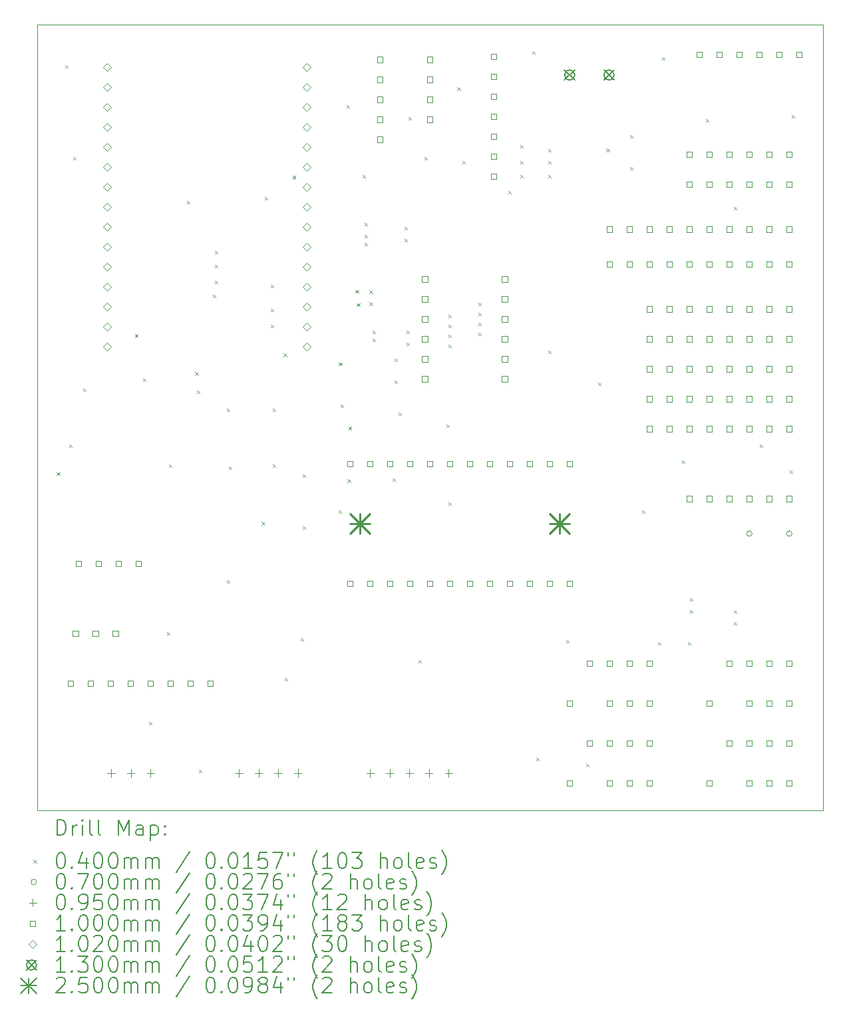
<source format=gbr>
%TF.GenerationSoftware,KiCad,Pcbnew,8.0.3*%
%TF.CreationDate,2024-11-19T22:16:25+01:00*%
%TF.ProjectId,weerstation-main,77656572-7374-4617-9469-6f6e2d6d6169,rev?*%
%TF.SameCoordinates,Original*%
%TF.FileFunction,Drillmap*%
%TF.FilePolarity,Positive*%
%FSLAX45Y45*%
G04 Gerber Fmt 4.5, Leading zero omitted, Abs format (unit mm)*
G04 Created by KiCad (PCBNEW 8.0.3) date 2024-11-19 22:16:25*
%MOMM*%
%LPD*%
G01*
G04 APERTURE LIST*
%ADD10C,0.100000*%
%ADD11C,0.200000*%
%ADD12C,0.102000*%
%ADD13C,0.130000*%
%ADD14C,0.250000*%
G04 APERTURE END LIST*
D10*
X1350000Y-1270000D02*
X11350000Y-1270000D01*
X11350000Y-11270000D01*
X1350000Y-11270000D01*
X1350000Y-1270000D01*
D11*
D10*
X1599900Y-6965000D02*
X1639900Y-7005000D01*
X1639900Y-6965000D02*
X1599900Y-7005000D01*
X1707200Y-1783400D02*
X1747200Y-1823400D01*
X1747200Y-1783400D02*
X1707200Y-1823400D01*
X1758000Y-6609400D02*
X1798000Y-6649400D01*
X1798000Y-6609400D02*
X1758000Y-6649400D01*
X1808800Y-2951800D02*
X1848800Y-2991800D01*
X1848800Y-2951800D02*
X1808800Y-2991800D01*
X1935800Y-5898200D02*
X1975800Y-5938200D01*
X1975800Y-5898200D02*
X1935800Y-5938200D01*
X2594350Y-5207670D02*
X2634350Y-5247670D01*
X2634350Y-5207670D02*
X2594350Y-5247670D01*
X2697800Y-5771200D02*
X2737800Y-5811200D01*
X2737800Y-5771200D02*
X2697800Y-5811200D01*
X2774000Y-10140000D02*
X2814000Y-10180000D01*
X2814000Y-10140000D02*
X2774000Y-10180000D01*
X3002600Y-8997000D02*
X3042600Y-9037000D01*
X3042600Y-8997000D02*
X3002600Y-9037000D01*
X3028000Y-6863400D02*
X3068000Y-6903400D01*
X3068000Y-6863400D02*
X3028000Y-6903400D01*
X3256600Y-3510600D02*
X3296600Y-3550600D01*
X3296600Y-3510600D02*
X3256600Y-3550600D01*
X3361320Y-5693080D02*
X3401320Y-5733080D01*
X3401320Y-5693080D02*
X3361320Y-5733080D01*
X3383600Y-5923600D02*
X3423600Y-5963600D01*
X3423600Y-5923600D02*
X3383600Y-5963600D01*
X3409000Y-10749600D02*
X3449000Y-10789600D01*
X3449000Y-10749600D02*
X3409000Y-10789600D01*
X3586800Y-4704400D02*
X3626800Y-4744400D01*
X3626800Y-4704400D02*
X3586800Y-4744400D01*
X3612200Y-4145600D02*
X3652200Y-4185600D01*
X3652200Y-4145600D02*
X3612200Y-4185600D01*
X3612200Y-4323400D02*
X3652200Y-4363400D01*
X3652200Y-4323400D02*
X3612200Y-4363400D01*
X3612200Y-4526600D02*
X3652200Y-4566600D01*
X3652200Y-4526600D02*
X3612200Y-4566600D01*
X3764600Y-6152200D02*
X3804600Y-6192200D01*
X3804600Y-6152200D02*
X3764600Y-6192200D01*
X3764600Y-8336600D02*
X3804600Y-8376600D01*
X3804600Y-8336600D02*
X3764600Y-8376600D01*
X3790000Y-6888800D02*
X3830000Y-6928800D01*
X3830000Y-6888800D02*
X3790000Y-6928800D01*
X4210430Y-7598790D02*
X4250430Y-7638790D01*
X4250430Y-7598790D02*
X4210430Y-7638790D01*
X4247200Y-3459800D02*
X4287200Y-3499800D01*
X4287200Y-3459800D02*
X4247200Y-3499800D01*
X4323400Y-4577400D02*
X4363400Y-4617400D01*
X4363400Y-4577400D02*
X4323400Y-4617400D01*
X4323400Y-4882200D02*
X4363400Y-4922200D01*
X4363400Y-4882200D02*
X4323400Y-4922200D01*
X4323400Y-5085400D02*
X4363400Y-5125400D01*
X4363400Y-5085400D02*
X4323400Y-5125400D01*
X4348800Y-6152200D02*
X4388800Y-6192200D01*
X4388800Y-6152200D02*
X4348800Y-6192200D01*
X4348800Y-6863400D02*
X4388800Y-6903400D01*
X4388800Y-6863400D02*
X4348800Y-6903400D01*
X4488500Y-5453700D02*
X4528500Y-5493700D01*
X4528500Y-5453700D02*
X4488500Y-5493700D01*
X4501200Y-9581200D02*
X4541200Y-9621200D01*
X4541200Y-9581200D02*
X4501200Y-9621200D01*
X4602800Y-3193100D02*
X4642800Y-3233100D01*
X4642800Y-3193100D02*
X4602800Y-3233100D01*
X4704400Y-9073200D02*
X4744400Y-9113200D01*
X4744400Y-9073200D02*
X4704400Y-9113200D01*
X4729800Y-6990400D02*
X4769800Y-7030400D01*
X4769800Y-6990400D02*
X4729800Y-7030400D01*
X4729800Y-7650800D02*
X4769800Y-7690800D01*
X4769800Y-7650800D02*
X4729800Y-7690800D01*
X5187000Y-7447600D02*
X5227000Y-7487600D01*
X5227000Y-7447600D02*
X5187000Y-7487600D01*
X5189540Y-5568000D02*
X5229540Y-5608000D01*
X5229540Y-5568000D02*
X5189540Y-5608000D01*
X5212400Y-6101400D02*
X5252400Y-6141400D01*
X5252400Y-6101400D02*
X5212400Y-6141400D01*
X5288600Y-2291400D02*
X5328600Y-2331400D01*
X5328600Y-2291400D02*
X5288600Y-2331400D01*
X5298760Y-7056440D02*
X5338760Y-7096440D01*
X5338760Y-7056440D02*
X5298760Y-7096440D01*
X5314000Y-6385730D02*
X5354000Y-6425730D01*
X5354000Y-6385730D02*
X5314000Y-6425730D01*
X5402900Y-4645980D02*
X5442900Y-4685980D01*
X5442900Y-4645980D02*
X5402900Y-4685980D01*
X5418140Y-4813620D02*
X5458140Y-4853620D01*
X5458140Y-4813620D02*
X5418140Y-4853620D01*
X5491800Y-3180400D02*
X5531800Y-3220400D01*
X5531800Y-3180400D02*
X5491800Y-3220400D01*
X5517200Y-3790000D02*
X5557200Y-3830000D01*
X5557200Y-3790000D02*
X5517200Y-3830000D01*
X5517200Y-3942400D02*
X5557200Y-3982400D01*
X5557200Y-3942400D02*
X5517200Y-3982400D01*
X5517200Y-4044000D02*
X5557200Y-4084000D01*
X5557200Y-4044000D02*
X5517200Y-4084000D01*
X5578160Y-4800920D02*
X5618160Y-4840920D01*
X5618160Y-4800920D02*
X5578160Y-4840920D01*
X5580700Y-4648520D02*
X5620700Y-4688520D01*
X5620700Y-4648520D02*
X5580700Y-4688520D01*
X5618800Y-5161600D02*
X5658800Y-5201600D01*
X5658800Y-5161600D02*
X5618800Y-5201600D01*
X5618800Y-5263200D02*
X5658800Y-5303200D01*
X5658800Y-5263200D02*
X5618800Y-5303200D01*
X5872800Y-7041200D02*
X5912800Y-7081200D01*
X5912800Y-7041200D02*
X5872800Y-7081200D01*
X5898200Y-5517200D02*
X5938200Y-5557200D01*
X5938200Y-5517200D02*
X5898200Y-5557200D01*
X5898200Y-5796600D02*
X5938200Y-5836600D01*
X5938200Y-5796600D02*
X5898200Y-5836600D01*
X5949000Y-6203000D02*
X5989000Y-6243000D01*
X5989000Y-6203000D02*
X5949000Y-6243000D01*
X6025200Y-3840800D02*
X6065200Y-3880800D01*
X6065200Y-3840800D02*
X6025200Y-3880800D01*
X6025200Y-3993200D02*
X6065200Y-4033200D01*
X6065200Y-3993200D02*
X6025200Y-4033200D01*
X6050600Y-5161600D02*
X6090600Y-5201600D01*
X6090600Y-5161600D02*
X6050600Y-5201600D01*
X6050600Y-5314000D02*
X6090600Y-5354000D01*
X6090600Y-5314000D02*
X6050600Y-5354000D01*
X6076000Y-2443800D02*
X6116000Y-2483800D01*
X6116000Y-2443800D02*
X6076000Y-2483800D01*
X6203000Y-9352600D02*
X6243000Y-9392600D01*
X6243000Y-9352600D02*
X6203000Y-9392600D01*
X6279200Y-2951800D02*
X6319200Y-2991800D01*
X6319200Y-2951800D02*
X6279200Y-2991800D01*
X6558600Y-6355400D02*
X6598600Y-6395400D01*
X6598600Y-6355400D02*
X6558600Y-6395400D01*
X6584000Y-4958400D02*
X6624000Y-4998400D01*
X6624000Y-4958400D02*
X6584000Y-4998400D01*
X6584000Y-5085400D02*
X6624000Y-5125400D01*
X6624000Y-5085400D02*
X6584000Y-5125400D01*
X6584000Y-5212400D02*
X6624000Y-5252400D01*
X6624000Y-5212400D02*
X6584000Y-5252400D01*
X6584000Y-5339400D02*
X6624000Y-5379400D01*
X6624000Y-5339400D02*
X6584000Y-5379400D01*
X6584000Y-7346000D02*
X6624000Y-7386000D01*
X6624000Y-7346000D02*
X6584000Y-7386000D01*
X6695760Y-2067880D02*
X6735760Y-2107880D01*
X6735760Y-2067880D02*
X6695760Y-2107880D01*
X6761800Y-3002600D02*
X6801800Y-3042600D01*
X6801800Y-3002600D02*
X6761800Y-3042600D01*
X6965000Y-4806000D02*
X7005000Y-4846000D01*
X7005000Y-4806000D02*
X6965000Y-4846000D01*
X6965000Y-4933000D02*
X7005000Y-4973000D01*
X7005000Y-4933000D02*
X6965000Y-4973000D01*
X6965000Y-5060000D02*
X7005000Y-5100000D01*
X7005000Y-5060000D02*
X6965000Y-5100000D01*
X6965000Y-5187000D02*
X7005000Y-5227000D01*
X7005000Y-5187000D02*
X6965000Y-5227000D01*
X7346000Y-3383600D02*
X7386000Y-3423600D01*
X7386000Y-3383600D02*
X7346000Y-3423600D01*
X7498400Y-2799400D02*
X7538400Y-2839400D01*
X7538400Y-2799400D02*
X7498400Y-2839400D01*
X7498400Y-3002600D02*
X7538400Y-3042600D01*
X7538400Y-3002600D02*
X7498400Y-3042600D01*
X7498400Y-3180400D02*
X7538400Y-3220400D01*
X7538400Y-3180400D02*
X7498400Y-3220400D01*
X7650800Y-1605600D02*
X7690800Y-1645600D01*
X7690800Y-1605600D02*
X7650800Y-1645600D01*
X7701600Y-10597200D02*
X7741600Y-10637200D01*
X7741600Y-10597200D02*
X7701600Y-10637200D01*
X7854000Y-2850200D02*
X7894000Y-2890200D01*
X7894000Y-2850200D02*
X7854000Y-2890200D01*
X7854000Y-3002600D02*
X7894000Y-3042600D01*
X7894000Y-3002600D02*
X7854000Y-3042600D01*
X7854000Y-3180400D02*
X7894000Y-3220400D01*
X7894000Y-3180400D02*
X7854000Y-3220400D01*
X7854000Y-5415600D02*
X7894000Y-5455600D01*
X7894000Y-5415600D02*
X7854000Y-5455600D01*
X8082600Y-9098600D02*
X8122600Y-9138600D01*
X8122600Y-9098600D02*
X8082600Y-9138600D01*
X8336600Y-10673400D02*
X8376600Y-10713400D01*
X8376600Y-10673400D02*
X8336600Y-10713400D01*
X8489000Y-5822000D02*
X8529000Y-5862000D01*
X8529000Y-5822000D02*
X8489000Y-5862000D01*
X8594450Y-2846350D02*
X8634450Y-2886350D01*
X8634450Y-2846350D02*
X8594450Y-2886350D01*
X8895400Y-2672400D02*
X8935400Y-2712400D01*
X8935400Y-2672400D02*
X8895400Y-2712400D01*
X8895400Y-3078800D02*
X8935400Y-3118800D01*
X8935400Y-3078800D02*
X8895400Y-3118800D01*
X9047800Y-7447600D02*
X9087800Y-7487600D01*
X9087800Y-7447600D02*
X9047800Y-7487600D01*
X9251000Y-9124000D02*
X9291000Y-9164000D01*
X9291000Y-9124000D02*
X9251000Y-9164000D01*
X9301800Y-1681800D02*
X9341800Y-1721800D01*
X9341800Y-1681800D02*
X9301800Y-1721800D01*
X9555800Y-6812600D02*
X9595800Y-6852600D01*
X9595800Y-6812600D02*
X9555800Y-6852600D01*
X9632000Y-9124000D02*
X9672000Y-9164000D01*
X9672000Y-9124000D02*
X9632000Y-9164000D01*
X9657400Y-8565200D02*
X9697400Y-8605200D01*
X9697400Y-8565200D02*
X9657400Y-8605200D01*
X9657400Y-8717600D02*
X9697400Y-8757600D01*
X9697400Y-8717600D02*
X9657400Y-8757600D01*
X9860600Y-2469200D02*
X9900600Y-2509200D01*
X9900600Y-2469200D02*
X9860600Y-2509200D01*
X10216200Y-3586800D02*
X10256200Y-3626800D01*
X10256200Y-3586800D02*
X10216200Y-3626800D01*
X10216200Y-8717600D02*
X10256200Y-8757600D01*
X10256200Y-8717600D02*
X10216200Y-8757600D01*
X10216200Y-8870000D02*
X10256200Y-8910000D01*
X10256200Y-8870000D02*
X10216200Y-8910000D01*
X10546400Y-6609400D02*
X10586400Y-6649400D01*
X10586400Y-6609400D02*
X10546400Y-6649400D01*
X10927400Y-6939600D02*
X10967400Y-6979600D01*
X10967400Y-6939600D02*
X10927400Y-6979600D01*
X10952800Y-2418400D02*
X10992800Y-2458400D01*
X10992800Y-2418400D02*
X10952800Y-2458400D01*
X10449000Y-7747000D02*
G75*
G02*
X10379000Y-7747000I-35000J0D01*
G01*
X10379000Y-7747000D02*
G75*
G02*
X10449000Y-7747000I35000J0D01*
G01*
X10957000Y-7747000D02*
G75*
G02*
X10887000Y-7747000I-35000J0D01*
G01*
X10887000Y-7747000D02*
G75*
G02*
X10957000Y-7747000I35000J0D01*
G01*
X2294000Y-10747500D02*
X2294000Y-10842500D01*
X2246500Y-10795000D02*
X2341500Y-10795000D01*
X2544000Y-10747500D02*
X2544000Y-10842500D01*
X2496500Y-10795000D02*
X2591500Y-10795000D01*
X2794000Y-10747500D02*
X2794000Y-10842500D01*
X2746500Y-10795000D02*
X2841500Y-10795000D01*
X3919200Y-10747500D02*
X3919200Y-10842500D01*
X3871700Y-10795000D02*
X3966700Y-10795000D01*
X4169200Y-10747500D02*
X4169200Y-10842500D01*
X4121700Y-10795000D02*
X4216700Y-10795000D01*
X4419200Y-10747500D02*
X4419200Y-10842500D01*
X4371700Y-10795000D02*
X4466700Y-10795000D01*
X4669200Y-10747500D02*
X4669200Y-10842500D01*
X4621700Y-10795000D02*
X4716700Y-10795000D01*
X5588000Y-10747500D02*
X5588000Y-10842500D01*
X5540500Y-10795000D02*
X5635500Y-10795000D01*
X5838000Y-10747500D02*
X5838000Y-10842500D01*
X5790500Y-10795000D02*
X5885500Y-10795000D01*
X6088000Y-10747500D02*
X6088000Y-10842500D01*
X6040500Y-10795000D02*
X6135500Y-10795000D01*
X6338000Y-10747500D02*
X6338000Y-10842500D01*
X6290500Y-10795000D02*
X6385500Y-10795000D01*
X6588000Y-10747500D02*
X6588000Y-10842500D01*
X6540500Y-10795000D02*
X6635500Y-10795000D01*
X1813356Y-9687356D02*
X1813356Y-9616644D01*
X1742644Y-9616644D01*
X1742644Y-9687356D01*
X1813356Y-9687356D01*
X1876856Y-9052356D02*
X1876856Y-8981644D01*
X1806144Y-8981644D01*
X1806144Y-9052356D01*
X1876856Y-9052356D01*
X1914956Y-8163356D02*
X1914956Y-8092644D01*
X1844244Y-8092644D01*
X1844244Y-8163356D01*
X1914956Y-8163356D01*
X2067356Y-9687356D02*
X2067356Y-9616644D01*
X1996644Y-9616644D01*
X1996644Y-9687356D01*
X2067356Y-9687356D01*
X2130856Y-9052356D02*
X2130856Y-8981644D01*
X2060144Y-8981644D01*
X2060144Y-9052356D01*
X2130856Y-9052356D01*
X2168956Y-8163356D02*
X2168956Y-8092644D01*
X2098244Y-8092644D01*
X2098244Y-8163356D01*
X2168956Y-8163356D01*
X2321356Y-9687356D02*
X2321356Y-9616644D01*
X2250644Y-9616644D01*
X2250644Y-9687356D01*
X2321356Y-9687356D01*
X2384856Y-9052356D02*
X2384856Y-8981644D01*
X2314144Y-8981644D01*
X2314144Y-9052356D01*
X2384856Y-9052356D01*
X2422956Y-8163356D02*
X2422956Y-8092644D01*
X2352244Y-8092644D01*
X2352244Y-8163356D01*
X2422956Y-8163356D01*
X2575356Y-9687356D02*
X2575356Y-9616644D01*
X2504644Y-9616644D01*
X2504644Y-9687356D01*
X2575356Y-9687356D01*
X2676956Y-8163356D02*
X2676956Y-8092644D01*
X2606244Y-8092644D01*
X2606244Y-8163356D01*
X2676956Y-8163356D01*
X2829356Y-9687356D02*
X2829356Y-9616644D01*
X2758644Y-9616644D01*
X2758644Y-9687356D01*
X2829356Y-9687356D01*
X3083356Y-9687356D02*
X3083356Y-9616644D01*
X3012644Y-9616644D01*
X3012644Y-9687356D01*
X3083356Y-9687356D01*
X3337356Y-9687356D02*
X3337356Y-9616644D01*
X3266644Y-9616644D01*
X3266644Y-9687356D01*
X3337356Y-9687356D01*
X3591356Y-9687356D02*
X3591356Y-9616644D01*
X3520644Y-9616644D01*
X3520644Y-9687356D01*
X3591356Y-9687356D01*
X5369356Y-6893356D02*
X5369356Y-6822644D01*
X5298644Y-6822644D01*
X5298644Y-6893356D01*
X5369356Y-6893356D01*
X5369356Y-8417356D02*
X5369356Y-8346644D01*
X5298644Y-8346644D01*
X5298644Y-8417356D01*
X5369356Y-8417356D01*
X5623356Y-6893356D02*
X5623356Y-6822644D01*
X5552644Y-6822644D01*
X5552644Y-6893356D01*
X5623356Y-6893356D01*
X5623356Y-8417356D02*
X5623356Y-8346644D01*
X5552644Y-8346644D01*
X5552644Y-8417356D01*
X5623356Y-8417356D01*
X5750356Y-1750356D02*
X5750356Y-1679644D01*
X5679644Y-1679644D01*
X5679644Y-1750356D01*
X5750356Y-1750356D01*
X5750356Y-2004356D02*
X5750356Y-1933644D01*
X5679644Y-1933644D01*
X5679644Y-2004356D01*
X5750356Y-2004356D01*
X5750356Y-2258356D02*
X5750356Y-2187644D01*
X5679644Y-2187644D01*
X5679644Y-2258356D01*
X5750356Y-2258356D01*
X5750356Y-2512356D02*
X5750356Y-2441644D01*
X5679644Y-2441644D01*
X5679644Y-2512356D01*
X5750356Y-2512356D01*
X5750356Y-2766356D02*
X5750356Y-2695644D01*
X5679644Y-2695644D01*
X5679644Y-2766356D01*
X5750356Y-2766356D01*
X5877356Y-6893356D02*
X5877356Y-6822644D01*
X5806644Y-6822644D01*
X5806644Y-6893356D01*
X5877356Y-6893356D01*
X5877356Y-8417356D02*
X5877356Y-8346644D01*
X5806644Y-8346644D01*
X5806644Y-8417356D01*
X5877356Y-8417356D01*
X6131356Y-6893356D02*
X6131356Y-6822644D01*
X6060644Y-6822644D01*
X6060644Y-6893356D01*
X6131356Y-6893356D01*
X6131356Y-8417356D02*
X6131356Y-8346644D01*
X6060644Y-8346644D01*
X6060644Y-8417356D01*
X6131356Y-8417356D01*
X6321856Y-4543856D02*
X6321856Y-4473144D01*
X6251144Y-4473144D01*
X6251144Y-4543856D01*
X6321856Y-4543856D01*
X6321856Y-4797856D02*
X6321856Y-4727144D01*
X6251144Y-4727144D01*
X6251144Y-4797856D01*
X6321856Y-4797856D01*
X6321856Y-5051856D02*
X6321856Y-4981144D01*
X6251144Y-4981144D01*
X6251144Y-5051856D01*
X6321856Y-5051856D01*
X6321856Y-5305856D02*
X6321856Y-5235144D01*
X6251144Y-5235144D01*
X6251144Y-5305856D01*
X6321856Y-5305856D01*
X6321856Y-5559856D02*
X6321856Y-5489144D01*
X6251144Y-5489144D01*
X6251144Y-5559856D01*
X6321856Y-5559856D01*
X6321856Y-5813856D02*
X6321856Y-5743144D01*
X6251144Y-5743144D01*
X6251144Y-5813856D01*
X6321856Y-5813856D01*
X6385356Y-1750356D02*
X6385356Y-1679644D01*
X6314644Y-1679644D01*
X6314644Y-1750356D01*
X6385356Y-1750356D01*
X6385356Y-2004356D02*
X6385356Y-1933644D01*
X6314644Y-1933644D01*
X6314644Y-2004356D01*
X6385356Y-2004356D01*
X6385356Y-2258356D02*
X6385356Y-2187644D01*
X6314644Y-2187644D01*
X6314644Y-2258356D01*
X6385356Y-2258356D01*
X6385356Y-2512356D02*
X6385356Y-2441644D01*
X6314644Y-2441644D01*
X6314644Y-2512356D01*
X6385356Y-2512356D01*
X6385356Y-6893356D02*
X6385356Y-6822644D01*
X6314644Y-6822644D01*
X6314644Y-6893356D01*
X6385356Y-6893356D01*
X6385356Y-8417356D02*
X6385356Y-8346644D01*
X6314644Y-8346644D01*
X6314644Y-8417356D01*
X6385356Y-8417356D01*
X6639356Y-6893356D02*
X6639356Y-6822644D01*
X6568644Y-6822644D01*
X6568644Y-6893356D01*
X6639356Y-6893356D01*
X6639356Y-8417356D02*
X6639356Y-8346644D01*
X6568644Y-8346644D01*
X6568644Y-8417356D01*
X6639356Y-8417356D01*
X6893356Y-6893356D02*
X6893356Y-6822644D01*
X6822644Y-6822644D01*
X6822644Y-6893356D01*
X6893356Y-6893356D01*
X6893356Y-8417356D02*
X6893356Y-8346644D01*
X6822644Y-8346644D01*
X6822644Y-8417356D01*
X6893356Y-8417356D01*
X7147356Y-6893356D02*
X7147356Y-6822644D01*
X7076644Y-6822644D01*
X7076644Y-6893356D01*
X7147356Y-6893356D01*
X7147356Y-8417356D02*
X7147356Y-8346644D01*
X7076644Y-8346644D01*
X7076644Y-8417356D01*
X7147356Y-8417356D01*
X7198156Y-1711756D02*
X7198156Y-1641044D01*
X7127444Y-1641044D01*
X7127444Y-1711756D01*
X7198156Y-1711756D01*
X7198156Y-1965756D02*
X7198156Y-1895044D01*
X7127444Y-1895044D01*
X7127444Y-1965756D01*
X7198156Y-1965756D01*
X7198156Y-2219756D02*
X7198156Y-2149044D01*
X7127444Y-2149044D01*
X7127444Y-2219756D01*
X7198156Y-2219756D01*
X7198156Y-2473756D02*
X7198156Y-2403044D01*
X7127444Y-2403044D01*
X7127444Y-2473756D01*
X7198156Y-2473756D01*
X7198156Y-2727756D02*
X7198156Y-2657044D01*
X7127444Y-2657044D01*
X7127444Y-2727756D01*
X7198156Y-2727756D01*
X7198156Y-2981756D02*
X7198156Y-2911044D01*
X7127444Y-2911044D01*
X7127444Y-2981756D01*
X7198156Y-2981756D01*
X7198156Y-3235756D02*
X7198156Y-3165044D01*
X7127444Y-3165044D01*
X7127444Y-3235756D01*
X7198156Y-3235756D01*
X7337856Y-4543856D02*
X7337856Y-4473144D01*
X7267144Y-4473144D01*
X7267144Y-4543856D01*
X7337856Y-4543856D01*
X7337856Y-4797856D02*
X7337856Y-4727144D01*
X7267144Y-4727144D01*
X7267144Y-4797856D01*
X7337856Y-4797856D01*
X7337856Y-5051856D02*
X7337856Y-4981144D01*
X7267144Y-4981144D01*
X7267144Y-5051856D01*
X7337856Y-5051856D01*
X7337856Y-5305856D02*
X7337856Y-5235144D01*
X7267144Y-5235144D01*
X7267144Y-5305856D01*
X7337856Y-5305856D01*
X7337856Y-5559856D02*
X7337856Y-5489144D01*
X7267144Y-5489144D01*
X7267144Y-5559856D01*
X7337856Y-5559856D01*
X7337856Y-5813856D02*
X7337856Y-5743144D01*
X7267144Y-5743144D01*
X7267144Y-5813856D01*
X7337856Y-5813856D01*
X7401356Y-6893356D02*
X7401356Y-6822644D01*
X7330644Y-6822644D01*
X7330644Y-6893356D01*
X7401356Y-6893356D01*
X7401356Y-8417356D02*
X7401356Y-8346644D01*
X7330644Y-8346644D01*
X7330644Y-8417356D01*
X7401356Y-8417356D01*
X7655356Y-6893356D02*
X7655356Y-6822644D01*
X7584644Y-6822644D01*
X7584644Y-6893356D01*
X7655356Y-6893356D01*
X7655356Y-8417356D02*
X7655356Y-8346644D01*
X7584644Y-8346644D01*
X7584644Y-8417356D01*
X7655356Y-8417356D01*
X7909356Y-6893356D02*
X7909356Y-6822644D01*
X7838644Y-6822644D01*
X7838644Y-6893356D01*
X7909356Y-6893356D01*
X7909356Y-8417356D02*
X7909356Y-8346644D01*
X7838644Y-8346644D01*
X7838644Y-8417356D01*
X7909356Y-8417356D01*
X8163356Y-6893356D02*
X8163356Y-6822644D01*
X8092644Y-6822644D01*
X8092644Y-6893356D01*
X8163356Y-6893356D01*
X8163356Y-8417356D02*
X8163356Y-8346644D01*
X8092644Y-8346644D01*
X8092644Y-8417356D01*
X8163356Y-8417356D01*
X8163356Y-9941356D02*
X8163356Y-9870644D01*
X8092644Y-9870644D01*
X8092644Y-9941356D01*
X8163356Y-9941356D01*
X8163356Y-10957356D02*
X8163356Y-10886644D01*
X8092644Y-10886644D01*
X8092644Y-10957356D01*
X8163356Y-10957356D01*
X8417356Y-9433356D02*
X8417356Y-9362644D01*
X8346644Y-9362644D01*
X8346644Y-9433356D01*
X8417356Y-9433356D01*
X8417356Y-10449356D02*
X8417356Y-10378644D01*
X8346644Y-10378644D01*
X8346644Y-10449356D01*
X8417356Y-10449356D01*
X8671356Y-3908856D02*
X8671356Y-3838144D01*
X8600644Y-3838144D01*
X8600644Y-3908856D01*
X8671356Y-3908856D01*
X8671356Y-4353356D02*
X8671356Y-4282644D01*
X8600644Y-4282644D01*
X8600644Y-4353356D01*
X8671356Y-4353356D01*
X8671356Y-9433356D02*
X8671356Y-9362644D01*
X8600644Y-9362644D01*
X8600644Y-9433356D01*
X8671356Y-9433356D01*
X8671356Y-9941356D02*
X8671356Y-9870644D01*
X8600644Y-9870644D01*
X8600644Y-9941356D01*
X8671356Y-9941356D01*
X8671356Y-10449356D02*
X8671356Y-10378644D01*
X8600644Y-10378644D01*
X8600644Y-10449356D01*
X8671356Y-10449356D01*
X8671356Y-10957356D02*
X8671356Y-10886644D01*
X8600644Y-10886644D01*
X8600644Y-10957356D01*
X8671356Y-10957356D01*
X8925356Y-3908856D02*
X8925356Y-3838144D01*
X8854644Y-3838144D01*
X8854644Y-3908856D01*
X8925356Y-3908856D01*
X8925356Y-4353356D02*
X8925356Y-4282644D01*
X8854644Y-4282644D01*
X8854644Y-4353356D01*
X8925356Y-4353356D01*
X8925356Y-9433356D02*
X8925356Y-9362644D01*
X8854644Y-9362644D01*
X8854644Y-9433356D01*
X8925356Y-9433356D01*
X8925356Y-9941356D02*
X8925356Y-9870644D01*
X8854644Y-9870644D01*
X8854644Y-9941356D01*
X8925356Y-9941356D01*
X8925356Y-10449356D02*
X8925356Y-10378644D01*
X8854644Y-10378644D01*
X8854644Y-10449356D01*
X8925356Y-10449356D01*
X8925356Y-10957356D02*
X8925356Y-10886644D01*
X8854644Y-10886644D01*
X8854644Y-10957356D01*
X8925356Y-10957356D01*
X9179356Y-3908856D02*
X9179356Y-3838144D01*
X9108644Y-3838144D01*
X9108644Y-3908856D01*
X9179356Y-3908856D01*
X9179356Y-4353356D02*
X9179356Y-4282644D01*
X9108644Y-4282644D01*
X9108644Y-4353356D01*
X9179356Y-4353356D01*
X9179356Y-4924856D02*
X9179356Y-4854144D01*
X9108644Y-4854144D01*
X9108644Y-4924856D01*
X9179356Y-4924856D01*
X9179356Y-5305856D02*
X9179356Y-5235144D01*
X9108644Y-5235144D01*
X9108644Y-5305856D01*
X9179356Y-5305856D01*
X9179356Y-5686856D02*
X9179356Y-5616144D01*
X9108644Y-5616144D01*
X9108644Y-5686856D01*
X9179356Y-5686856D01*
X9179356Y-6067856D02*
X9179356Y-5997144D01*
X9108644Y-5997144D01*
X9108644Y-6067856D01*
X9179356Y-6067856D01*
X9179356Y-6448856D02*
X9179356Y-6378144D01*
X9108644Y-6378144D01*
X9108644Y-6448856D01*
X9179356Y-6448856D01*
X9179356Y-9433356D02*
X9179356Y-9362644D01*
X9108644Y-9362644D01*
X9108644Y-9433356D01*
X9179356Y-9433356D01*
X9179356Y-9941356D02*
X9179356Y-9870644D01*
X9108644Y-9870644D01*
X9108644Y-9941356D01*
X9179356Y-9941356D01*
X9179356Y-10449356D02*
X9179356Y-10378644D01*
X9108644Y-10378644D01*
X9108644Y-10449356D01*
X9179356Y-10449356D01*
X9179356Y-10957356D02*
X9179356Y-10886644D01*
X9108644Y-10886644D01*
X9108644Y-10957356D01*
X9179356Y-10957356D01*
X9433356Y-3908856D02*
X9433356Y-3838144D01*
X9362644Y-3838144D01*
X9362644Y-3908856D01*
X9433356Y-3908856D01*
X9433356Y-4353356D02*
X9433356Y-4282644D01*
X9362644Y-4282644D01*
X9362644Y-4353356D01*
X9433356Y-4353356D01*
X9433356Y-4924856D02*
X9433356Y-4854144D01*
X9362644Y-4854144D01*
X9362644Y-4924856D01*
X9433356Y-4924856D01*
X9433356Y-5305856D02*
X9433356Y-5235144D01*
X9362644Y-5235144D01*
X9362644Y-5305856D01*
X9433356Y-5305856D01*
X9433356Y-5686856D02*
X9433356Y-5616144D01*
X9362644Y-5616144D01*
X9362644Y-5686856D01*
X9433356Y-5686856D01*
X9433356Y-6067856D02*
X9433356Y-5997144D01*
X9362644Y-5997144D01*
X9362644Y-6067856D01*
X9433356Y-6067856D01*
X9433356Y-6448856D02*
X9433356Y-6378144D01*
X9362644Y-6378144D01*
X9362644Y-6448856D01*
X9433356Y-6448856D01*
X9687356Y-2956356D02*
X9687356Y-2885644D01*
X9616644Y-2885644D01*
X9616644Y-2956356D01*
X9687356Y-2956356D01*
X9687356Y-3337356D02*
X9687356Y-3266644D01*
X9616644Y-3266644D01*
X9616644Y-3337356D01*
X9687356Y-3337356D01*
X9687356Y-3908856D02*
X9687356Y-3838144D01*
X9616644Y-3838144D01*
X9616644Y-3908856D01*
X9687356Y-3908856D01*
X9687356Y-4353356D02*
X9687356Y-4282644D01*
X9616644Y-4282644D01*
X9616644Y-4353356D01*
X9687356Y-4353356D01*
X9687356Y-4924856D02*
X9687356Y-4854144D01*
X9616644Y-4854144D01*
X9616644Y-4924856D01*
X9687356Y-4924856D01*
X9687356Y-5305856D02*
X9687356Y-5235144D01*
X9616644Y-5235144D01*
X9616644Y-5305856D01*
X9687356Y-5305856D01*
X9687356Y-5686856D02*
X9687356Y-5616144D01*
X9616644Y-5616144D01*
X9616644Y-5686856D01*
X9687356Y-5686856D01*
X9687356Y-6067856D02*
X9687356Y-5997144D01*
X9616644Y-5997144D01*
X9616644Y-6067856D01*
X9687356Y-6067856D01*
X9687356Y-6448856D02*
X9687356Y-6378144D01*
X9616644Y-6378144D01*
X9616644Y-6448856D01*
X9687356Y-6448856D01*
X9687356Y-7337856D02*
X9687356Y-7267144D01*
X9616644Y-7267144D01*
X9616644Y-7337856D01*
X9687356Y-7337856D01*
X9814356Y-1686356D02*
X9814356Y-1615644D01*
X9743644Y-1615644D01*
X9743644Y-1686356D01*
X9814356Y-1686356D01*
X9941356Y-2956356D02*
X9941356Y-2885644D01*
X9870644Y-2885644D01*
X9870644Y-2956356D01*
X9941356Y-2956356D01*
X9941356Y-3337356D02*
X9941356Y-3266644D01*
X9870644Y-3266644D01*
X9870644Y-3337356D01*
X9941356Y-3337356D01*
X9941356Y-3908856D02*
X9941356Y-3838144D01*
X9870644Y-3838144D01*
X9870644Y-3908856D01*
X9941356Y-3908856D01*
X9941356Y-4353356D02*
X9941356Y-4282644D01*
X9870644Y-4282644D01*
X9870644Y-4353356D01*
X9941356Y-4353356D01*
X9941356Y-4924856D02*
X9941356Y-4854144D01*
X9870644Y-4854144D01*
X9870644Y-4924856D01*
X9941356Y-4924856D01*
X9941356Y-5305856D02*
X9941356Y-5235144D01*
X9870644Y-5235144D01*
X9870644Y-5305856D01*
X9941356Y-5305856D01*
X9941356Y-5686856D02*
X9941356Y-5616144D01*
X9870644Y-5616144D01*
X9870644Y-5686856D01*
X9941356Y-5686856D01*
X9941356Y-6067856D02*
X9941356Y-5997144D01*
X9870644Y-5997144D01*
X9870644Y-6067856D01*
X9941356Y-6067856D01*
X9941356Y-6448856D02*
X9941356Y-6378144D01*
X9870644Y-6378144D01*
X9870644Y-6448856D01*
X9941356Y-6448856D01*
X9941356Y-7337856D02*
X9941356Y-7267144D01*
X9870644Y-7267144D01*
X9870644Y-7337856D01*
X9941356Y-7337856D01*
X9941356Y-9941356D02*
X9941356Y-9870644D01*
X9870644Y-9870644D01*
X9870644Y-9941356D01*
X9941356Y-9941356D01*
X9941356Y-10957356D02*
X9941356Y-10886644D01*
X9870644Y-10886644D01*
X9870644Y-10957356D01*
X9941356Y-10957356D01*
X10068356Y-1686356D02*
X10068356Y-1615644D01*
X9997644Y-1615644D01*
X9997644Y-1686356D01*
X10068356Y-1686356D01*
X10195356Y-2956356D02*
X10195356Y-2885644D01*
X10124644Y-2885644D01*
X10124644Y-2956356D01*
X10195356Y-2956356D01*
X10195356Y-3337356D02*
X10195356Y-3266644D01*
X10124644Y-3266644D01*
X10124644Y-3337356D01*
X10195356Y-3337356D01*
X10195356Y-3908856D02*
X10195356Y-3838144D01*
X10124644Y-3838144D01*
X10124644Y-3908856D01*
X10195356Y-3908856D01*
X10195356Y-4353356D02*
X10195356Y-4282644D01*
X10124644Y-4282644D01*
X10124644Y-4353356D01*
X10195356Y-4353356D01*
X10195356Y-4924856D02*
X10195356Y-4854144D01*
X10124644Y-4854144D01*
X10124644Y-4924856D01*
X10195356Y-4924856D01*
X10195356Y-5305856D02*
X10195356Y-5235144D01*
X10124644Y-5235144D01*
X10124644Y-5305856D01*
X10195356Y-5305856D01*
X10195356Y-5686856D02*
X10195356Y-5616144D01*
X10124644Y-5616144D01*
X10124644Y-5686856D01*
X10195356Y-5686856D01*
X10195356Y-6067856D02*
X10195356Y-5997144D01*
X10124644Y-5997144D01*
X10124644Y-6067856D01*
X10195356Y-6067856D01*
X10195356Y-6448856D02*
X10195356Y-6378144D01*
X10124644Y-6378144D01*
X10124644Y-6448856D01*
X10195356Y-6448856D01*
X10195356Y-7337856D02*
X10195356Y-7267144D01*
X10124644Y-7267144D01*
X10124644Y-7337856D01*
X10195356Y-7337856D01*
X10195356Y-9433356D02*
X10195356Y-9362644D01*
X10124644Y-9362644D01*
X10124644Y-9433356D01*
X10195356Y-9433356D01*
X10195356Y-10449356D02*
X10195356Y-10378644D01*
X10124644Y-10378644D01*
X10124644Y-10449356D01*
X10195356Y-10449356D01*
X10322356Y-1686356D02*
X10322356Y-1615644D01*
X10251644Y-1615644D01*
X10251644Y-1686356D01*
X10322356Y-1686356D01*
X10449356Y-2956356D02*
X10449356Y-2885644D01*
X10378644Y-2885644D01*
X10378644Y-2956356D01*
X10449356Y-2956356D01*
X10449356Y-3337356D02*
X10449356Y-3266644D01*
X10378644Y-3266644D01*
X10378644Y-3337356D01*
X10449356Y-3337356D01*
X10449356Y-3908856D02*
X10449356Y-3838144D01*
X10378644Y-3838144D01*
X10378644Y-3908856D01*
X10449356Y-3908856D01*
X10449356Y-4353356D02*
X10449356Y-4282644D01*
X10378644Y-4282644D01*
X10378644Y-4353356D01*
X10449356Y-4353356D01*
X10449356Y-4924856D02*
X10449356Y-4854144D01*
X10378644Y-4854144D01*
X10378644Y-4924856D01*
X10449356Y-4924856D01*
X10449356Y-5305856D02*
X10449356Y-5235144D01*
X10378644Y-5235144D01*
X10378644Y-5305856D01*
X10449356Y-5305856D01*
X10449356Y-5686856D02*
X10449356Y-5616144D01*
X10378644Y-5616144D01*
X10378644Y-5686856D01*
X10449356Y-5686856D01*
X10449356Y-6067856D02*
X10449356Y-5997144D01*
X10378644Y-5997144D01*
X10378644Y-6067856D01*
X10449356Y-6067856D01*
X10449356Y-6448856D02*
X10449356Y-6378144D01*
X10378644Y-6378144D01*
X10378644Y-6448856D01*
X10449356Y-6448856D01*
X10449356Y-7337856D02*
X10449356Y-7267144D01*
X10378644Y-7267144D01*
X10378644Y-7337856D01*
X10449356Y-7337856D01*
X10449356Y-9433356D02*
X10449356Y-9362644D01*
X10378644Y-9362644D01*
X10378644Y-9433356D01*
X10449356Y-9433356D01*
X10449356Y-9941356D02*
X10449356Y-9870644D01*
X10378644Y-9870644D01*
X10378644Y-9941356D01*
X10449356Y-9941356D01*
X10449356Y-10449356D02*
X10449356Y-10378644D01*
X10378644Y-10378644D01*
X10378644Y-10449356D01*
X10449356Y-10449356D01*
X10449356Y-10957356D02*
X10449356Y-10886644D01*
X10378644Y-10886644D01*
X10378644Y-10957356D01*
X10449356Y-10957356D01*
X10576356Y-1686356D02*
X10576356Y-1615644D01*
X10505644Y-1615644D01*
X10505644Y-1686356D01*
X10576356Y-1686356D01*
X10703356Y-2956356D02*
X10703356Y-2885644D01*
X10632644Y-2885644D01*
X10632644Y-2956356D01*
X10703356Y-2956356D01*
X10703356Y-3337356D02*
X10703356Y-3266644D01*
X10632644Y-3266644D01*
X10632644Y-3337356D01*
X10703356Y-3337356D01*
X10703356Y-3908856D02*
X10703356Y-3838144D01*
X10632644Y-3838144D01*
X10632644Y-3908856D01*
X10703356Y-3908856D01*
X10703356Y-4353356D02*
X10703356Y-4282644D01*
X10632644Y-4282644D01*
X10632644Y-4353356D01*
X10703356Y-4353356D01*
X10703356Y-4924856D02*
X10703356Y-4854144D01*
X10632644Y-4854144D01*
X10632644Y-4924856D01*
X10703356Y-4924856D01*
X10703356Y-5305856D02*
X10703356Y-5235144D01*
X10632644Y-5235144D01*
X10632644Y-5305856D01*
X10703356Y-5305856D01*
X10703356Y-5686856D02*
X10703356Y-5616144D01*
X10632644Y-5616144D01*
X10632644Y-5686856D01*
X10703356Y-5686856D01*
X10703356Y-6067856D02*
X10703356Y-5997144D01*
X10632644Y-5997144D01*
X10632644Y-6067856D01*
X10703356Y-6067856D01*
X10703356Y-6448856D02*
X10703356Y-6378144D01*
X10632644Y-6378144D01*
X10632644Y-6448856D01*
X10703356Y-6448856D01*
X10703356Y-7337856D02*
X10703356Y-7267144D01*
X10632644Y-7267144D01*
X10632644Y-7337856D01*
X10703356Y-7337856D01*
X10703356Y-9433356D02*
X10703356Y-9362644D01*
X10632644Y-9362644D01*
X10632644Y-9433356D01*
X10703356Y-9433356D01*
X10703356Y-9941356D02*
X10703356Y-9870644D01*
X10632644Y-9870644D01*
X10632644Y-9941356D01*
X10703356Y-9941356D01*
X10703356Y-10449356D02*
X10703356Y-10378644D01*
X10632644Y-10378644D01*
X10632644Y-10449356D01*
X10703356Y-10449356D01*
X10703356Y-10957356D02*
X10703356Y-10886644D01*
X10632644Y-10886644D01*
X10632644Y-10957356D01*
X10703356Y-10957356D01*
X10830356Y-1686356D02*
X10830356Y-1615644D01*
X10759644Y-1615644D01*
X10759644Y-1686356D01*
X10830356Y-1686356D01*
X10957356Y-2956356D02*
X10957356Y-2885644D01*
X10886644Y-2885644D01*
X10886644Y-2956356D01*
X10957356Y-2956356D01*
X10957356Y-3337356D02*
X10957356Y-3266644D01*
X10886644Y-3266644D01*
X10886644Y-3337356D01*
X10957356Y-3337356D01*
X10957356Y-3908856D02*
X10957356Y-3838144D01*
X10886644Y-3838144D01*
X10886644Y-3908856D01*
X10957356Y-3908856D01*
X10957356Y-4353356D02*
X10957356Y-4282644D01*
X10886644Y-4282644D01*
X10886644Y-4353356D01*
X10957356Y-4353356D01*
X10957356Y-4924856D02*
X10957356Y-4854144D01*
X10886644Y-4854144D01*
X10886644Y-4924856D01*
X10957356Y-4924856D01*
X10957356Y-5305856D02*
X10957356Y-5235144D01*
X10886644Y-5235144D01*
X10886644Y-5305856D01*
X10957356Y-5305856D01*
X10957356Y-5686856D02*
X10957356Y-5616144D01*
X10886644Y-5616144D01*
X10886644Y-5686856D01*
X10957356Y-5686856D01*
X10957356Y-6067856D02*
X10957356Y-5997144D01*
X10886644Y-5997144D01*
X10886644Y-6067856D01*
X10957356Y-6067856D01*
X10957356Y-6448856D02*
X10957356Y-6378144D01*
X10886644Y-6378144D01*
X10886644Y-6448856D01*
X10957356Y-6448856D01*
X10957356Y-7337856D02*
X10957356Y-7267144D01*
X10886644Y-7267144D01*
X10886644Y-7337856D01*
X10957356Y-7337856D01*
X10957356Y-9433356D02*
X10957356Y-9362644D01*
X10886644Y-9362644D01*
X10886644Y-9433356D01*
X10957356Y-9433356D01*
X10957356Y-9941356D02*
X10957356Y-9870644D01*
X10886644Y-9870644D01*
X10886644Y-9941356D01*
X10957356Y-9941356D01*
X10957356Y-10449356D02*
X10957356Y-10378644D01*
X10886644Y-10378644D01*
X10886644Y-10449356D01*
X10957356Y-10449356D01*
X10957356Y-10957356D02*
X10957356Y-10886644D01*
X10886644Y-10886644D01*
X10886644Y-10957356D01*
X10957356Y-10957356D01*
X11084356Y-1686356D02*
X11084356Y-1615644D01*
X11013644Y-1615644D01*
X11013644Y-1686356D01*
X11084356Y-1686356D01*
D12*
X2245360Y-1861580D02*
X2296360Y-1810580D01*
X2245360Y-1759580D01*
X2194360Y-1810580D01*
X2245360Y-1861580D01*
X2245360Y-2115580D02*
X2296360Y-2064580D01*
X2245360Y-2013580D01*
X2194360Y-2064580D01*
X2245360Y-2115580D01*
X2245360Y-2369580D02*
X2296360Y-2318580D01*
X2245360Y-2267580D01*
X2194360Y-2318580D01*
X2245360Y-2369580D01*
X2245360Y-2623580D02*
X2296360Y-2572580D01*
X2245360Y-2521580D01*
X2194360Y-2572580D01*
X2245360Y-2623580D01*
X2245360Y-2877580D02*
X2296360Y-2826580D01*
X2245360Y-2775580D01*
X2194360Y-2826580D01*
X2245360Y-2877580D01*
X2245360Y-3131580D02*
X2296360Y-3080580D01*
X2245360Y-3029580D01*
X2194360Y-3080580D01*
X2245360Y-3131580D01*
X2245360Y-3385580D02*
X2296360Y-3334580D01*
X2245360Y-3283580D01*
X2194360Y-3334580D01*
X2245360Y-3385580D01*
X2245360Y-3639580D02*
X2296360Y-3588580D01*
X2245360Y-3537580D01*
X2194360Y-3588580D01*
X2245360Y-3639580D01*
X2245360Y-3893580D02*
X2296360Y-3842580D01*
X2245360Y-3791580D01*
X2194360Y-3842580D01*
X2245360Y-3893580D01*
X2245360Y-4147580D02*
X2296360Y-4096580D01*
X2245360Y-4045580D01*
X2194360Y-4096580D01*
X2245360Y-4147580D01*
X2245360Y-4401580D02*
X2296360Y-4350580D01*
X2245360Y-4299580D01*
X2194360Y-4350580D01*
X2245360Y-4401580D01*
X2245360Y-4655580D02*
X2296360Y-4604580D01*
X2245360Y-4553580D01*
X2194360Y-4604580D01*
X2245360Y-4655580D01*
X2245360Y-4909580D02*
X2296360Y-4858580D01*
X2245360Y-4807580D01*
X2194360Y-4858580D01*
X2245360Y-4909580D01*
X2245360Y-5163580D02*
X2296360Y-5112580D01*
X2245360Y-5061580D01*
X2194360Y-5112580D01*
X2245360Y-5163580D01*
X2245360Y-5417580D02*
X2296360Y-5366580D01*
X2245360Y-5315580D01*
X2194360Y-5366580D01*
X2245360Y-5417580D01*
X4785360Y-1861580D02*
X4836360Y-1810580D01*
X4785360Y-1759580D01*
X4734360Y-1810580D01*
X4785360Y-1861580D01*
X4785360Y-2115580D02*
X4836360Y-2064580D01*
X4785360Y-2013580D01*
X4734360Y-2064580D01*
X4785360Y-2115580D01*
X4785360Y-2369580D02*
X4836360Y-2318580D01*
X4785360Y-2267580D01*
X4734360Y-2318580D01*
X4785360Y-2369580D01*
X4785360Y-2623580D02*
X4836360Y-2572580D01*
X4785360Y-2521580D01*
X4734360Y-2572580D01*
X4785360Y-2623580D01*
X4785360Y-2877580D02*
X4836360Y-2826580D01*
X4785360Y-2775580D01*
X4734360Y-2826580D01*
X4785360Y-2877580D01*
X4785360Y-3131580D02*
X4836360Y-3080580D01*
X4785360Y-3029580D01*
X4734360Y-3080580D01*
X4785360Y-3131580D01*
X4785360Y-3385580D02*
X4836360Y-3334580D01*
X4785360Y-3283580D01*
X4734360Y-3334580D01*
X4785360Y-3385580D01*
X4785360Y-3639580D02*
X4836360Y-3588580D01*
X4785360Y-3537580D01*
X4734360Y-3588580D01*
X4785360Y-3639580D01*
X4785360Y-3893580D02*
X4836360Y-3842580D01*
X4785360Y-3791580D01*
X4734360Y-3842580D01*
X4785360Y-3893580D01*
X4785360Y-4147580D02*
X4836360Y-4096580D01*
X4785360Y-4045580D01*
X4734360Y-4096580D01*
X4785360Y-4147580D01*
X4785360Y-4401580D02*
X4836360Y-4350580D01*
X4785360Y-4299580D01*
X4734360Y-4350580D01*
X4785360Y-4401580D01*
X4785360Y-4655580D02*
X4836360Y-4604580D01*
X4785360Y-4553580D01*
X4734360Y-4604580D01*
X4785360Y-4655580D01*
X4785360Y-4909580D02*
X4836360Y-4858580D01*
X4785360Y-4807580D01*
X4734360Y-4858580D01*
X4785360Y-4909580D01*
X4785360Y-5163580D02*
X4836360Y-5112580D01*
X4785360Y-5061580D01*
X4734360Y-5112580D01*
X4785360Y-5163580D01*
X4785360Y-5417580D02*
X4836360Y-5366580D01*
X4785360Y-5315580D01*
X4734360Y-5366580D01*
X4785360Y-5417580D01*
D13*
X8063000Y-1846750D02*
X8193000Y-1976750D01*
X8193000Y-1846750D02*
X8063000Y-1976750D01*
X8193000Y-1911750D02*
G75*
G02*
X8063000Y-1911750I-65000J0D01*
G01*
X8063000Y-1911750D02*
G75*
G02*
X8193000Y-1911750I65000J0D01*
G01*
X8563000Y-1846750D02*
X8693000Y-1976750D01*
X8693000Y-1846750D02*
X8563000Y-1976750D01*
X8693000Y-1911750D02*
G75*
G02*
X8563000Y-1911750I-65000J0D01*
G01*
X8563000Y-1911750D02*
G75*
G02*
X8693000Y-1911750I65000J0D01*
G01*
D14*
X5336000Y-7495000D02*
X5586000Y-7745000D01*
X5586000Y-7495000D02*
X5336000Y-7745000D01*
X5461000Y-7495000D02*
X5461000Y-7745000D01*
X5336000Y-7620000D02*
X5586000Y-7620000D01*
X7876000Y-7495000D02*
X8126000Y-7745000D01*
X8126000Y-7495000D02*
X7876000Y-7745000D01*
X8001000Y-7495000D02*
X8001000Y-7745000D01*
X7876000Y-7620000D02*
X8126000Y-7620000D01*
D11*
X1605777Y-11586484D02*
X1605777Y-11386484D01*
X1605777Y-11386484D02*
X1653396Y-11386484D01*
X1653396Y-11386484D02*
X1681967Y-11396008D01*
X1681967Y-11396008D02*
X1701015Y-11415055D01*
X1701015Y-11415055D02*
X1710539Y-11434103D01*
X1710539Y-11434103D02*
X1720062Y-11472198D01*
X1720062Y-11472198D02*
X1720062Y-11500769D01*
X1720062Y-11500769D02*
X1710539Y-11538865D01*
X1710539Y-11538865D02*
X1701015Y-11557912D01*
X1701015Y-11557912D02*
X1681967Y-11576960D01*
X1681967Y-11576960D02*
X1653396Y-11586484D01*
X1653396Y-11586484D02*
X1605777Y-11586484D01*
X1805777Y-11586484D02*
X1805777Y-11453150D01*
X1805777Y-11491246D02*
X1815301Y-11472198D01*
X1815301Y-11472198D02*
X1824824Y-11462674D01*
X1824824Y-11462674D02*
X1843872Y-11453150D01*
X1843872Y-11453150D02*
X1862920Y-11453150D01*
X1929586Y-11586484D02*
X1929586Y-11453150D01*
X1929586Y-11386484D02*
X1920062Y-11396008D01*
X1920062Y-11396008D02*
X1929586Y-11405531D01*
X1929586Y-11405531D02*
X1939110Y-11396008D01*
X1939110Y-11396008D02*
X1929586Y-11386484D01*
X1929586Y-11386484D02*
X1929586Y-11405531D01*
X2053396Y-11586484D02*
X2034348Y-11576960D01*
X2034348Y-11576960D02*
X2024824Y-11557912D01*
X2024824Y-11557912D02*
X2024824Y-11386484D01*
X2158158Y-11586484D02*
X2139110Y-11576960D01*
X2139110Y-11576960D02*
X2129586Y-11557912D01*
X2129586Y-11557912D02*
X2129586Y-11386484D01*
X2386729Y-11586484D02*
X2386729Y-11386484D01*
X2386729Y-11386484D02*
X2453396Y-11529341D01*
X2453396Y-11529341D02*
X2520063Y-11386484D01*
X2520063Y-11386484D02*
X2520063Y-11586484D01*
X2701015Y-11586484D02*
X2701015Y-11481722D01*
X2701015Y-11481722D02*
X2691491Y-11462674D01*
X2691491Y-11462674D02*
X2672444Y-11453150D01*
X2672444Y-11453150D02*
X2634348Y-11453150D01*
X2634348Y-11453150D02*
X2615301Y-11462674D01*
X2701015Y-11576960D02*
X2681967Y-11586484D01*
X2681967Y-11586484D02*
X2634348Y-11586484D01*
X2634348Y-11586484D02*
X2615301Y-11576960D01*
X2615301Y-11576960D02*
X2605777Y-11557912D01*
X2605777Y-11557912D02*
X2605777Y-11538865D01*
X2605777Y-11538865D02*
X2615301Y-11519817D01*
X2615301Y-11519817D02*
X2634348Y-11510293D01*
X2634348Y-11510293D02*
X2681967Y-11510293D01*
X2681967Y-11510293D02*
X2701015Y-11500769D01*
X2796253Y-11453150D02*
X2796253Y-11653150D01*
X2796253Y-11462674D02*
X2815301Y-11453150D01*
X2815301Y-11453150D02*
X2853396Y-11453150D01*
X2853396Y-11453150D02*
X2872443Y-11462674D01*
X2872443Y-11462674D02*
X2881967Y-11472198D01*
X2881967Y-11472198D02*
X2891491Y-11491246D01*
X2891491Y-11491246D02*
X2891491Y-11548388D01*
X2891491Y-11548388D02*
X2881967Y-11567436D01*
X2881967Y-11567436D02*
X2872443Y-11576960D01*
X2872443Y-11576960D02*
X2853396Y-11586484D01*
X2853396Y-11586484D02*
X2815301Y-11586484D01*
X2815301Y-11586484D02*
X2796253Y-11576960D01*
X2977205Y-11567436D02*
X2986729Y-11576960D01*
X2986729Y-11576960D02*
X2977205Y-11586484D01*
X2977205Y-11586484D02*
X2967682Y-11576960D01*
X2967682Y-11576960D02*
X2977205Y-11567436D01*
X2977205Y-11567436D02*
X2977205Y-11586484D01*
X2977205Y-11462674D02*
X2986729Y-11472198D01*
X2986729Y-11472198D02*
X2977205Y-11481722D01*
X2977205Y-11481722D02*
X2967682Y-11472198D01*
X2967682Y-11472198D02*
X2977205Y-11462674D01*
X2977205Y-11462674D02*
X2977205Y-11481722D01*
D10*
X1305000Y-11895000D02*
X1345000Y-11935000D01*
X1345000Y-11895000D02*
X1305000Y-11935000D01*
D11*
X1643872Y-11806484D02*
X1662920Y-11806484D01*
X1662920Y-11806484D02*
X1681967Y-11816008D01*
X1681967Y-11816008D02*
X1691491Y-11825531D01*
X1691491Y-11825531D02*
X1701015Y-11844579D01*
X1701015Y-11844579D02*
X1710539Y-11882674D01*
X1710539Y-11882674D02*
X1710539Y-11930293D01*
X1710539Y-11930293D02*
X1701015Y-11968388D01*
X1701015Y-11968388D02*
X1691491Y-11987436D01*
X1691491Y-11987436D02*
X1681967Y-11996960D01*
X1681967Y-11996960D02*
X1662920Y-12006484D01*
X1662920Y-12006484D02*
X1643872Y-12006484D01*
X1643872Y-12006484D02*
X1624824Y-11996960D01*
X1624824Y-11996960D02*
X1615301Y-11987436D01*
X1615301Y-11987436D02*
X1605777Y-11968388D01*
X1605777Y-11968388D02*
X1596253Y-11930293D01*
X1596253Y-11930293D02*
X1596253Y-11882674D01*
X1596253Y-11882674D02*
X1605777Y-11844579D01*
X1605777Y-11844579D02*
X1615301Y-11825531D01*
X1615301Y-11825531D02*
X1624824Y-11816008D01*
X1624824Y-11816008D02*
X1643872Y-11806484D01*
X1796253Y-11987436D02*
X1805777Y-11996960D01*
X1805777Y-11996960D02*
X1796253Y-12006484D01*
X1796253Y-12006484D02*
X1786729Y-11996960D01*
X1786729Y-11996960D02*
X1796253Y-11987436D01*
X1796253Y-11987436D02*
X1796253Y-12006484D01*
X1977205Y-11873150D02*
X1977205Y-12006484D01*
X1929586Y-11796960D02*
X1881967Y-11939817D01*
X1881967Y-11939817D02*
X2005777Y-11939817D01*
X2120063Y-11806484D02*
X2139110Y-11806484D01*
X2139110Y-11806484D02*
X2158158Y-11816008D01*
X2158158Y-11816008D02*
X2167682Y-11825531D01*
X2167682Y-11825531D02*
X2177205Y-11844579D01*
X2177205Y-11844579D02*
X2186729Y-11882674D01*
X2186729Y-11882674D02*
X2186729Y-11930293D01*
X2186729Y-11930293D02*
X2177205Y-11968388D01*
X2177205Y-11968388D02*
X2167682Y-11987436D01*
X2167682Y-11987436D02*
X2158158Y-11996960D01*
X2158158Y-11996960D02*
X2139110Y-12006484D01*
X2139110Y-12006484D02*
X2120063Y-12006484D01*
X2120063Y-12006484D02*
X2101015Y-11996960D01*
X2101015Y-11996960D02*
X2091491Y-11987436D01*
X2091491Y-11987436D02*
X2081967Y-11968388D01*
X2081967Y-11968388D02*
X2072443Y-11930293D01*
X2072443Y-11930293D02*
X2072443Y-11882674D01*
X2072443Y-11882674D02*
X2081967Y-11844579D01*
X2081967Y-11844579D02*
X2091491Y-11825531D01*
X2091491Y-11825531D02*
X2101015Y-11816008D01*
X2101015Y-11816008D02*
X2120063Y-11806484D01*
X2310539Y-11806484D02*
X2329586Y-11806484D01*
X2329586Y-11806484D02*
X2348634Y-11816008D01*
X2348634Y-11816008D02*
X2358158Y-11825531D01*
X2358158Y-11825531D02*
X2367682Y-11844579D01*
X2367682Y-11844579D02*
X2377205Y-11882674D01*
X2377205Y-11882674D02*
X2377205Y-11930293D01*
X2377205Y-11930293D02*
X2367682Y-11968388D01*
X2367682Y-11968388D02*
X2358158Y-11987436D01*
X2358158Y-11987436D02*
X2348634Y-11996960D01*
X2348634Y-11996960D02*
X2329586Y-12006484D01*
X2329586Y-12006484D02*
X2310539Y-12006484D01*
X2310539Y-12006484D02*
X2291491Y-11996960D01*
X2291491Y-11996960D02*
X2281967Y-11987436D01*
X2281967Y-11987436D02*
X2272444Y-11968388D01*
X2272444Y-11968388D02*
X2262920Y-11930293D01*
X2262920Y-11930293D02*
X2262920Y-11882674D01*
X2262920Y-11882674D02*
X2272444Y-11844579D01*
X2272444Y-11844579D02*
X2281967Y-11825531D01*
X2281967Y-11825531D02*
X2291491Y-11816008D01*
X2291491Y-11816008D02*
X2310539Y-11806484D01*
X2462920Y-12006484D02*
X2462920Y-11873150D01*
X2462920Y-11892198D02*
X2472444Y-11882674D01*
X2472444Y-11882674D02*
X2491491Y-11873150D01*
X2491491Y-11873150D02*
X2520063Y-11873150D01*
X2520063Y-11873150D02*
X2539110Y-11882674D01*
X2539110Y-11882674D02*
X2548634Y-11901722D01*
X2548634Y-11901722D02*
X2548634Y-12006484D01*
X2548634Y-11901722D02*
X2558158Y-11882674D01*
X2558158Y-11882674D02*
X2577205Y-11873150D01*
X2577205Y-11873150D02*
X2605777Y-11873150D01*
X2605777Y-11873150D02*
X2624825Y-11882674D01*
X2624825Y-11882674D02*
X2634348Y-11901722D01*
X2634348Y-11901722D02*
X2634348Y-12006484D01*
X2729586Y-12006484D02*
X2729586Y-11873150D01*
X2729586Y-11892198D02*
X2739110Y-11882674D01*
X2739110Y-11882674D02*
X2758158Y-11873150D01*
X2758158Y-11873150D02*
X2786729Y-11873150D01*
X2786729Y-11873150D02*
X2805777Y-11882674D01*
X2805777Y-11882674D02*
X2815301Y-11901722D01*
X2815301Y-11901722D02*
X2815301Y-12006484D01*
X2815301Y-11901722D02*
X2824824Y-11882674D01*
X2824824Y-11882674D02*
X2843872Y-11873150D01*
X2843872Y-11873150D02*
X2872443Y-11873150D01*
X2872443Y-11873150D02*
X2891491Y-11882674D01*
X2891491Y-11882674D02*
X2901015Y-11901722D01*
X2901015Y-11901722D02*
X2901015Y-12006484D01*
X3291491Y-11796960D02*
X3120063Y-12054103D01*
X3548634Y-11806484D02*
X3567682Y-11806484D01*
X3567682Y-11806484D02*
X3586729Y-11816008D01*
X3586729Y-11816008D02*
X3596253Y-11825531D01*
X3596253Y-11825531D02*
X3605777Y-11844579D01*
X3605777Y-11844579D02*
X3615301Y-11882674D01*
X3615301Y-11882674D02*
X3615301Y-11930293D01*
X3615301Y-11930293D02*
X3605777Y-11968388D01*
X3605777Y-11968388D02*
X3596253Y-11987436D01*
X3596253Y-11987436D02*
X3586729Y-11996960D01*
X3586729Y-11996960D02*
X3567682Y-12006484D01*
X3567682Y-12006484D02*
X3548634Y-12006484D01*
X3548634Y-12006484D02*
X3529586Y-11996960D01*
X3529586Y-11996960D02*
X3520063Y-11987436D01*
X3520063Y-11987436D02*
X3510539Y-11968388D01*
X3510539Y-11968388D02*
X3501015Y-11930293D01*
X3501015Y-11930293D02*
X3501015Y-11882674D01*
X3501015Y-11882674D02*
X3510539Y-11844579D01*
X3510539Y-11844579D02*
X3520063Y-11825531D01*
X3520063Y-11825531D02*
X3529586Y-11816008D01*
X3529586Y-11816008D02*
X3548634Y-11806484D01*
X3701015Y-11987436D02*
X3710539Y-11996960D01*
X3710539Y-11996960D02*
X3701015Y-12006484D01*
X3701015Y-12006484D02*
X3691491Y-11996960D01*
X3691491Y-11996960D02*
X3701015Y-11987436D01*
X3701015Y-11987436D02*
X3701015Y-12006484D01*
X3834348Y-11806484D02*
X3853396Y-11806484D01*
X3853396Y-11806484D02*
X3872444Y-11816008D01*
X3872444Y-11816008D02*
X3881967Y-11825531D01*
X3881967Y-11825531D02*
X3891491Y-11844579D01*
X3891491Y-11844579D02*
X3901015Y-11882674D01*
X3901015Y-11882674D02*
X3901015Y-11930293D01*
X3901015Y-11930293D02*
X3891491Y-11968388D01*
X3891491Y-11968388D02*
X3881967Y-11987436D01*
X3881967Y-11987436D02*
X3872444Y-11996960D01*
X3872444Y-11996960D02*
X3853396Y-12006484D01*
X3853396Y-12006484D02*
X3834348Y-12006484D01*
X3834348Y-12006484D02*
X3815301Y-11996960D01*
X3815301Y-11996960D02*
X3805777Y-11987436D01*
X3805777Y-11987436D02*
X3796253Y-11968388D01*
X3796253Y-11968388D02*
X3786729Y-11930293D01*
X3786729Y-11930293D02*
X3786729Y-11882674D01*
X3786729Y-11882674D02*
X3796253Y-11844579D01*
X3796253Y-11844579D02*
X3805777Y-11825531D01*
X3805777Y-11825531D02*
X3815301Y-11816008D01*
X3815301Y-11816008D02*
X3834348Y-11806484D01*
X4091491Y-12006484D02*
X3977206Y-12006484D01*
X4034348Y-12006484D02*
X4034348Y-11806484D01*
X4034348Y-11806484D02*
X4015301Y-11835055D01*
X4015301Y-11835055D02*
X3996253Y-11854103D01*
X3996253Y-11854103D02*
X3977206Y-11863627D01*
X4272444Y-11806484D02*
X4177206Y-11806484D01*
X4177206Y-11806484D02*
X4167682Y-11901722D01*
X4167682Y-11901722D02*
X4177206Y-11892198D01*
X4177206Y-11892198D02*
X4196253Y-11882674D01*
X4196253Y-11882674D02*
X4243872Y-11882674D01*
X4243872Y-11882674D02*
X4262920Y-11892198D01*
X4262920Y-11892198D02*
X4272444Y-11901722D01*
X4272444Y-11901722D02*
X4281968Y-11920769D01*
X4281968Y-11920769D02*
X4281968Y-11968388D01*
X4281968Y-11968388D02*
X4272444Y-11987436D01*
X4272444Y-11987436D02*
X4262920Y-11996960D01*
X4262920Y-11996960D02*
X4243872Y-12006484D01*
X4243872Y-12006484D02*
X4196253Y-12006484D01*
X4196253Y-12006484D02*
X4177206Y-11996960D01*
X4177206Y-11996960D02*
X4167682Y-11987436D01*
X4348634Y-11806484D02*
X4481968Y-11806484D01*
X4481968Y-11806484D02*
X4396253Y-12006484D01*
X4548634Y-11806484D02*
X4548634Y-11844579D01*
X4624825Y-11806484D02*
X4624825Y-11844579D01*
X4920063Y-12082674D02*
X4910539Y-12073150D01*
X4910539Y-12073150D02*
X4891491Y-12044579D01*
X4891491Y-12044579D02*
X4881968Y-12025531D01*
X4881968Y-12025531D02*
X4872444Y-11996960D01*
X4872444Y-11996960D02*
X4862920Y-11949341D01*
X4862920Y-11949341D02*
X4862920Y-11911246D01*
X4862920Y-11911246D02*
X4872444Y-11863627D01*
X4872444Y-11863627D02*
X4881968Y-11835055D01*
X4881968Y-11835055D02*
X4891491Y-11816008D01*
X4891491Y-11816008D02*
X4910539Y-11787436D01*
X4910539Y-11787436D02*
X4920063Y-11777912D01*
X5101015Y-12006484D02*
X4986730Y-12006484D01*
X5043872Y-12006484D02*
X5043872Y-11806484D01*
X5043872Y-11806484D02*
X5024825Y-11835055D01*
X5024825Y-11835055D02*
X5005777Y-11854103D01*
X5005777Y-11854103D02*
X4986730Y-11863627D01*
X5224825Y-11806484D02*
X5243872Y-11806484D01*
X5243872Y-11806484D02*
X5262920Y-11816008D01*
X5262920Y-11816008D02*
X5272444Y-11825531D01*
X5272444Y-11825531D02*
X5281968Y-11844579D01*
X5281968Y-11844579D02*
X5291491Y-11882674D01*
X5291491Y-11882674D02*
X5291491Y-11930293D01*
X5291491Y-11930293D02*
X5281968Y-11968388D01*
X5281968Y-11968388D02*
X5272444Y-11987436D01*
X5272444Y-11987436D02*
X5262920Y-11996960D01*
X5262920Y-11996960D02*
X5243872Y-12006484D01*
X5243872Y-12006484D02*
X5224825Y-12006484D01*
X5224825Y-12006484D02*
X5205777Y-11996960D01*
X5205777Y-11996960D02*
X5196253Y-11987436D01*
X5196253Y-11987436D02*
X5186730Y-11968388D01*
X5186730Y-11968388D02*
X5177206Y-11930293D01*
X5177206Y-11930293D02*
X5177206Y-11882674D01*
X5177206Y-11882674D02*
X5186730Y-11844579D01*
X5186730Y-11844579D02*
X5196253Y-11825531D01*
X5196253Y-11825531D02*
X5205777Y-11816008D01*
X5205777Y-11816008D02*
X5224825Y-11806484D01*
X5358158Y-11806484D02*
X5481968Y-11806484D01*
X5481968Y-11806484D02*
X5415301Y-11882674D01*
X5415301Y-11882674D02*
X5443872Y-11882674D01*
X5443872Y-11882674D02*
X5462920Y-11892198D01*
X5462920Y-11892198D02*
X5472444Y-11901722D01*
X5472444Y-11901722D02*
X5481968Y-11920769D01*
X5481968Y-11920769D02*
X5481968Y-11968388D01*
X5481968Y-11968388D02*
X5472444Y-11987436D01*
X5472444Y-11987436D02*
X5462920Y-11996960D01*
X5462920Y-11996960D02*
X5443872Y-12006484D01*
X5443872Y-12006484D02*
X5386730Y-12006484D01*
X5386730Y-12006484D02*
X5367682Y-11996960D01*
X5367682Y-11996960D02*
X5358158Y-11987436D01*
X5720063Y-12006484D02*
X5720063Y-11806484D01*
X5805777Y-12006484D02*
X5805777Y-11901722D01*
X5805777Y-11901722D02*
X5796253Y-11882674D01*
X5796253Y-11882674D02*
X5777206Y-11873150D01*
X5777206Y-11873150D02*
X5748634Y-11873150D01*
X5748634Y-11873150D02*
X5729587Y-11882674D01*
X5729587Y-11882674D02*
X5720063Y-11892198D01*
X5929587Y-12006484D02*
X5910539Y-11996960D01*
X5910539Y-11996960D02*
X5901015Y-11987436D01*
X5901015Y-11987436D02*
X5891491Y-11968388D01*
X5891491Y-11968388D02*
X5891491Y-11911246D01*
X5891491Y-11911246D02*
X5901015Y-11892198D01*
X5901015Y-11892198D02*
X5910539Y-11882674D01*
X5910539Y-11882674D02*
X5929587Y-11873150D01*
X5929587Y-11873150D02*
X5958158Y-11873150D01*
X5958158Y-11873150D02*
X5977206Y-11882674D01*
X5977206Y-11882674D02*
X5986730Y-11892198D01*
X5986730Y-11892198D02*
X5996253Y-11911246D01*
X5996253Y-11911246D02*
X5996253Y-11968388D01*
X5996253Y-11968388D02*
X5986730Y-11987436D01*
X5986730Y-11987436D02*
X5977206Y-11996960D01*
X5977206Y-11996960D02*
X5958158Y-12006484D01*
X5958158Y-12006484D02*
X5929587Y-12006484D01*
X6110539Y-12006484D02*
X6091491Y-11996960D01*
X6091491Y-11996960D02*
X6081968Y-11977912D01*
X6081968Y-11977912D02*
X6081968Y-11806484D01*
X6262920Y-11996960D02*
X6243872Y-12006484D01*
X6243872Y-12006484D02*
X6205777Y-12006484D01*
X6205777Y-12006484D02*
X6186730Y-11996960D01*
X6186730Y-11996960D02*
X6177206Y-11977912D01*
X6177206Y-11977912D02*
X6177206Y-11901722D01*
X6177206Y-11901722D02*
X6186730Y-11882674D01*
X6186730Y-11882674D02*
X6205777Y-11873150D01*
X6205777Y-11873150D02*
X6243872Y-11873150D01*
X6243872Y-11873150D02*
X6262920Y-11882674D01*
X6262920Y-11882674D02*
X6272444Y-11901722D01*
X6272444Y-11901722D02*
X6272444Y-11920769D01*
X6272444Y-11920769D02*
X6177206Y-11939817D01*
X6348634Y-11996960D02*
X6367682Y-12006484D01*
X6367682Y-12006484D02*
X6405777Y-12006484D01*
X6405777Y-12006484D02*
X6424825Y-11996960D01*
X6424825Y-11996960D02*
X6434349Y-11977912D01*
X6434349Y-11977912D02*
X6434349Y-11968388D01*
X6434349Y-11968388D02*
X6424825Y-11949341D01*
X6424825Y-11949341D02*
X6405777Y-11939817D01*
X6405777Y-11939817D02*
X6377206Y-11939817D01*
X6377206Y-11939817D02*
X6358158Y-11930293D01*
X6358158Y-11930293D02*
X6348634Y-11911246D01*
X6348634Y-11911246D02*
X6348634Y-11901722D01*
X6348634Y-11901722D02*
X6358158Y-11882674D01*
X6358158Y-11882674D02*
X6377206Y-11873150D01*
X6377206Y-11873150D02*
X6405777Y-11873150D01*
X6405777Y-11873150D02*
X6424825Y-11882674D01*
X6501015Y-12082674D02*
X6510539Y-12073150D01*
X6510539Y-12073150D02*
X6529587Y-12044579D01*
X6529587Y-12044579D02*
X6539111Y-12025531D01*
X6539111Y-12025531D02*
X6548634Y-11996960D01*
X6548634Y-11996960D02*
X6558158Y-11949341D01*
X6558158Y-11949341D02*
X6558158Y-11911246D01*
X6558158Y-11911246D02*
X6548634Y-11863627D01*
X6548634Y-11863627D02*
X6539111Y-11835055D01*
X6539111Y-11835055D02*
X6529587Y-11816008D01*
X6529587Y-11816008D02*
X6510539Y-11787436D01*
X6510539Y-11787436D02*
X6501015Y-11777912D01*
D10*
X1345000Y-12179000D02*
G75*
G02*
X1275000Y-12179000I-35000J0D01*
G01*
X1275000Y-12179000D02*
G75*
G02*
X1345000Y-12179000I35000J0D01*
G01*
D11*
X1643872Y-12070484D02*
X1662920Y-12070484D01*
X1662920Y-12070484D02*
X1681967Y-12080008D01*
X1681967Y-12080008D02*
X1691491Y-12089531D01*
X1691491Y-12089531D02*
X1701015Y-12108579D01*
X1701015Y-12108579D02*
X1710539Y-12146674D01*
X1710539Y-12146674D02*
X1710539Y-12194293D01*
X1710539Y-12194293D02*
X1701015Y-12232388D01*
X1701015Y-12232388D02*
X1691491Y-12251436D01*
X1691491Y-12251436D02*
X1681967Y-12260960D01*
X1681967Y-12260960D02*
X1662920Y-12270484D01*
X1662920Y-12270484D02*
X1643872Y-12270484D01*
X1643872Y-12270484D02*
X1624824Y-12260960D01*
X1624824Y-12260960D02*
X1615301Y-12251436D01*
X1615301Y-12251436D02*
X1605777Y-12232388D01*
X1605777Y-12232388D02*
X1596253Y-12194293D01*
X1596253Y-12194293D02*
X1596253Y-12146674D01*
X1596253Y-12146674D02*
X1605777Y-12108579D01*
X1605777Y-12108579D02*
X1615301Y-12089531D01*
X1615301Y-12089531D02*
X1624824Y-12080008D01*
X1624824Y-12080008D02*
X1643872Y-12070484D01*
X1796253Y-12251436D02*
X1805777Y-12260960D01*
X1805777Y-12260960D02*
X1796253Y-12270484D01*
X1796253Y-12270484D02*
X1786729Y-12260960D01*
X1786729Y-12260960D02*
X1796253Y-12251436D01*
X1796253Y-12251436D02*
X1796253Y-12270484D01*
X1872443Y-12070484D02*
X2005777Y-12070484D01*
X2005777Y-12070484D02*
X1920062Y-12270484D01*
X2120063Y-12070484D02*
X2139110Y-12070484D01*
X2139110Y-12070484D02*
X2158158Y-12080008D01*
X2158158Y-12080008D02*
X2167682Y-12089531D01*
X2167682Y-12089531D02*
X2177205Y-12108579D01*
X2177205Y-12108579D02*
X2186729Y-12146674D01*
X2186729Y-12146674D02*
X2186729Y-12194293D01*
X2186729Y-12194293D02*
X2177205Y-12232388D01*
X2177205Y-12232388D02*
X2167682Y-12251436D01*
X2167682Y-12251436D02*
X2158158Y-12260960D01*
X2158158Y-12260960D02*
X2139110Y-12270484D01*
X2139110Y-12270484D02*
X2120063Y-12270484D01*
X2120063Y-12270484D02*
X2101015Y-12260960D01*
X2101015Y-12260960D02*
X2091491Y-12251436D01*
X2091491Y-12251436D02*
X2081967Y-12232388D01*
X2081967Y-12232388D02*
X2072443Y-12194293D01*
X2072443Y-12194293D02*
X2072443Y-12146674D01*
X2072443Y-12146674D02*
X2081967Y-12108579D01*
X2081967Y-12108579D02*
X2091491Y-12089531D01*
X2091491Y-12089531D02*
X2101015Y-12080008D01*
X2101015Y-12080008D02*
X2120063Y-12070484D01*
X2310539Y-12070484D02*
X2329586Y-12070484D01*
X2329586Y-12070484D02*
X2348634Y-12080008D01*
X2348634Y-12080008D02*
X2358158Y-12089531D01*
X2358158Y-12089531D02*
X2367682Y-12108579D01*
X2367682Y-12108579D02*
X2377205Y-12146674D01*
X2377205Y-12146674D02*
X2377205Y-12194293D01*
X2377205Y-12194293D02*
X2367682Y-12232388D01*
X2367682Y-12232388D02*
X2358158Y-12251436D01*
X2358158Y-12251436D02*
X2348634Y-12260960D01*
X2348634Y-12260960D02*
X2329586Y-12270484D01*
X2329586Y-12270484D02*
X2310539Y-12270484D01*
X2310539Y-12270484D02*
X2291491Y-12260960D01*
X2291491Y-12260960D02*
X2281967Y-12251436D01*
X2281967Y-12251436D02*
X2272444Y-12232388D01*
X2272444Y-12232388D02*
X2262920Y-12194293D01*
X2262920Y-12194293D02*
X2262920Y-12146674D01*
X2262920Y-12146674D02*
X2272444Y-12108579D01*
X2272444Y-12108579D02*
X2281967Y-12089531D01*
X2281967Y-12089531D02*
X2291491Y-12080008D01*
X2291491Y-12080008D02*
X2310539Y-12070484D01*
X2462920Y-12270484D02*
X2462920Y-12137150D01*
X2462920Y-12156198D02*
X2472444Y-12146674D01*
X2472444Y-12146674D02*
X2491491Y-12137150D01*
X2491491Y-12137150D02*
X2520063Y-12137150D01*
X2520063Y-12137150D02*
X2539110Y-12146674D01*
X2539110Y-12146674D02*
X2548634Y-12165722D01*
X2548634Y-12165722D02*
X2548634Y-12270484D01*
X2548634Y-12165722D02*
X2558158Y-12146674D01*
X2558158Y-12146674D02*
X2577205Y-12137150D01*
X2577205Y-12137150D02*
X2605777Y-12137150D01*
X2605777Y-12137150D02*
X2624825Y-12146674D01*
X2624825Y-12146674D02*
X2634348Y-12165722D01*
X2634348Y-12165722D02*
X2634348Y-12270484D01*
X2729586Y-12270484D02*
X2729586Y-12137150D01*
X2729586Y-12156198D02*
X2739110Y-12146674D01*
X2739110Y-12146674D02*
X2758158Y-12137150D01*
X2758158Y-12137150D02*
X2786729Y-12137150D01*
X2786729Y-12137150D02*
X2805777Y-12146674D01*
X2805777Y-12146674D02*
X2815301Y-12165722D01*
X2815301Y-12165722D02*
X2815301Y-12270484D01*
X2815301Y-12165722D02*
X2824824Y-12146674D01*
X2824824Y-12146674D02*
X2843872Y-12137150D01*
X2843872Y-12137150D02*
X2872443Y-12137150D01*
X2872443Y-12137150D02*
X2891491Y-12146674D01*
X2891491Y-12146674D02*
X2901015Y-12165722D01*
X2901015Y-12165722D02*
X2901015Y-12270484D01*
X3291491Y-12060960D02*
X3120063Y-12318103D01*
X3548634Y-12070484D02*
X3567682Y-12070484D01*
X3567682Y-12070484D02*
X3586729Y-12080008D01*
X3586729Y-12080008D02*
X3596253Y-12089531D01*
X3596253Y-12089531D02*
X3605777Y-12108579D01*
X3605777Y-12108579D02*
X3615301Y-12146674D01*
X3615301Y-12146674D02*
X3615301Y-12194293D01*
X3615301Y-12194293D02*
X3605777Y-12232388D01*
X3605777Y-12232388D02*
X3596253Y-12251436D01*
X3596253Y-12251436D02*
X3586729Y-12260960D01*
X3586729Y-12260960D02*
X3567682Y-12270484D01*
X3567682Y-12270484D02*
X3548634Y-12270484D01*
X3548634Y-12270484D02*
X3529586Y-12260960D01*
X3529586Y-12260960D02*
X3520063Y-12251436D01*
X3520063Y-12251436D02*
X3510539Y-12232388D01*
X3510539Y-12232388D02*
X3501015Y-12194293D01*
X3501015Y-12194293D02*
X3501015Y-12146674D01*
X3501015Y-12146674D02*
X3510539Y-12108579D01*
X3510539Y-12108579D02*
X3520063Y-12089531D01*
X3520063Y-12089531D02*
X3529586Y-12080008D01*
X3529586Y-12080008D02*
X3548634Y-12070484D01*
X3701015Y-12251436D02*
X3710539Y-12260960D01*
X3710539Y-12260960D02*
X3701015Y-12270484D01*
X3701015Y-12270484D02*
X3691491Y-12260960D01*
X3691491Y-12260960D02*
X3701015Y-12251436D01*
X3701015Y-12251436D02*
X3701015Y-12270484D01*
X3834348Y-12070484D02*
X3853396Y-12070484D01*
X3853396Y-12070484D02*
X3872444Y-12080008D01*
X3872444Y-12080008D02*
X3881967Y-12089531D01*
X3881967Y-12089531D02*
X3891491Y-12108579D01*
X3891491Y-12108579D02*
X3901015Y-12146674D01*
X3901015Y-12146674D02*
X3901015Y-12194293D01*
X3901015Y-12194293D02*
X3891491Y-12232388D01*
X3891491Y-12232388D02*
X3881967Y-12251436D01*
X3881967Y-12251436D02*
X3872444Y-12260960D01*
X3872444Y-12260960D02*
X3853396Y-12270484D01*
X3853396Y-12270484D02*
X3834348Y-12270484D01*
X3834348Y-12270484D02*
X3815301Y-12260960D01*
X3815301Y-12260960D02*
X3805777Y-12251436D01*
X3805777Y-12251436D02*
X3796253Y-12232388D01*
X3796253Y-12232388D02*
X3786729Y-12194293D01*
X3786729Y-12194293D02*
X3786729Y-12146674D01*
X3786729Y-12146674D02*
X3796253Y-12108579D01*
X3796253Y-12108579D02*
X3805777Y-12089531D01*
X3805777Y-12089531D02*
X3815301Y-12080008D01*
X3815301Y-12080008D02*
X3834348Y-12070484D01*
X3977206Y-12089531D02*
X3986729Y-12080008D01*
X3986729Y-12080008D02*
X4005777Y-12070484D01*
X4005777Y-12070484D02*
X4053396Y-12070484D01*
X4053396Y-12070484D02*
X4072444Y-12080008D01*
X4072444Y-12080008D02*
X4081967Y-12089531D01*
X4081967Y-12089531D02*
X4091491Y-12108579D01*
X4091491Y-12108579D02*
X4091491Y-12127627D01*
X4091491Y-12127627D02*
X4081967Y-12156198D01*
X4081967Y-12156198D02*
X3967682Y-12270484D01*
X3967682Y-12270484D02*
X4091491Y-12270484D01*
X4158158Y-12070484D02*
X4291491Y-12070484D01*
X4291491Y-12070484D02*
X4205777Y-12270484D01*
X4453396Y-12070484D02*
X4415301Y-12070484D01*
X4415301Y-12070484D02*
X4396253Y-12080008D01*
X4396253Y-12080008D02*
X4386729Y-12089531D01*
X4386729Y-12089531D02*
X4367682Y-12118103D01*
X4367682Y-12118103D02*
X4358158Y-12156198D01*
X4358158Y-12156198D02*
X4358158Y-12232388D01*
X4358158Y-12232388D02*
X4367682Y-12251436D01*
X4367682Y-12251436D02*
X4377206Y-12260960D01*
X4377206Y-12260960D02*
X4396253Y-12270484D01*
X4396253Y-12270484D02*
X4434349Y-12270484D01*
X4434349Y-12270484D02*
X4453396Y-12260960D01*
X4453396Y-12260960D02*
X4462920Y-12251436D01*
X4462920Y-12251436D02*
X4472444Y-12232388D01*
X4472444Y-12232388D02*
X4472444Y-12184769D01*
X4472444Y-12184769D02*
X4462920Y-12165722D01*
X4462920Y-12165722D02*
X4453396Y-12156198D01*
X4453396Y-12156198D02*
X4434349Y-12146674D01*
X4434349Y-12146674D02*
X4396253Y-12146674D01*
X4396253Y-12146674D02*
X4377206Y-12156198D01*
X4377206Y-12156198D02*
X4367682Y-12165722D01*
X4367682Y-12165722D02*
X4358158Y-12184769D01*
X4548634Y-12070484D02*
X4548634Y-12108579D01*
X4624825Y-12070484D02*
X4624825Y-12108579D01*
X4920063Y-12346674D02*
X4910539Y-12337150D01*
X4910539Y-12337150D02*
X4891491Y-12308579D01*
X4891491Y-12308579D02*
X4881968Y-12289531D01*
X4881968Y-12289531D02*
X4872444Y-12260960D01*
X4872444Y-12260960D02*
X4862920Y-12213341D01*
X4862920Y-12213341D02*
X4862920Y-12175246D01*
X4862920Y-12175246D02*
X4872444Y-12127627D01*
X4872444Y-12127627D02*
X4881968Y-12099055D01*
X4881968Y-12099055D02*
X4891491Y-12080008D01*
X4891491Y-12080008D02*
X4910539Y-12051436D01*
X4910539Y-12051436D02*
X4920063Y-12041912D01*
X4986730Y-12089531D02*
X4996253Y-12080008D01*
X4996253Y-12080008D02*
X5015301Y-12070484D01*
X5015301Y-12070484D02*
X5062920Y-12070484D01*
X5062920Y-12070484D02*
X5081968Y-12080008D01*
X5081968Y-12080008D02*
X5091491Y-12089531D01*
X5091491Y-12089531D02*
X5101015Y-12108579D01*
X5101015Y-12108579D02*
X5101015Y-12127627D01*
X5101015Y-12127627D02*
X5091491Y-12156198D01*
X5091491Y-12156198D02*
X4977206Y-12270484D01*
X4977206Y-12270484D02*
X5101015Y-12270484D01*
X5339111Y-12270484D02*
X5339111Y-12070484D01*
X5424825Y-12270484D02*
X5424825Y-12165722D01*
X5424825Y-12165722D02*
X5415301Y-12146674D01*
X5415301Y-12146674D02*
X5396253Y-12137150D01*
X5396253Y-12137150D02*
X5367682Y-12137150D01*
X5367682Y-12137150D02*
X5348634Y-12146674D01*
X5348634Y-12146674D02*
X5339111Y-12156198D01*
X5548634Y-12270484D02*
X5529587Y-12260960D01*
X5529587Y-12260960D02*
X5520063Y-12251436D01*
X5520063Y-12251436D02*
X5510539Y-12232388D01*
X5510539Y-12232388D02*
X5510539Y-12175246D01*
X5510539Y-12175246D02*
X5520063Y-12156198D01*
X5520063Y-12156198D02*
X5529587Y-12146674D01*
X5529587Y-12146674D02*
X5548634Y-12137150D01*
X5548634Y-12137150D02*
X5577206Y-12137150D01*
X5577206Y-12137150D02*
X5596253Y-12146674D01*
X5596253Y-12146674D02*
X5605777Y-12156198D01*
X5605777Y-12156198D02*
X5615301Y-12175246D01*
X5615301Y-12175246D02*
X5615301Y-12232388D01*
X5615301Y-12232388D02*
X5605777Y-12251436D01*
X5605777Y-12251436D02*
X5596253Y-12260960D01*
X5596253Y-12260960D02*
X5577206Y-12270484D01*
X5577206Y-12270484D02*
X5548634Y-12270484D01*
X5729587Y-12270484D02*
X5710539Y-12260960D01*
X5710539Y-12260960D02*
X5701015Y-12241912D01*
X5701015Y-12241912D02*
X5701015Y-12070484D01*
X5881968Y-12260960D02*
X5862920Y-12270484D01*
X5862920Y-12270484D02*
X5824825Y-12270484D01*
X5824825Y-12270484D02*
X5805777Y-12260960D01*
X5805777Y-12260960D02*
X5796253Y-12241912D01*
X5796253Y-12241912D02*
X5796253Y-12165722D01*
X5796253Y-12165722D02*
X5805777Y-12146674D01*
X5805777Y-12146674D02*
X5824825Y-12137150D01*
X5824825Y-12137150D02*
X5862920Y-12137150D01*
X5862920Y-12137150D02*
X5881968Y-12146674D01*
X5881968Y-12146674D02*
X5891491Y-12165722D01*
X5891491Y-12165722D02*
X5891491Y-12184769D01*
X5891491Y-12184769D02*
X5796253Y-12203817D01*
X5967682Y-12260960D02*
X5986730Y-12270484D01*
X5986730Y-12270484D02*
X6024825Y-12270484D01*
X6024825Y-12270484D02*
X6043872Y-12260960D01*
X6043872Y-12260960D02*
X6053396Y-12241912D01*
X6053396Y-12241912D02*
X6053396Y-12232388D01*
X6053396Y-12232388D02*
X6043872Y-12213341D01*
X6043872Y-12213341D02*
X6024825Y-12203817D01*
X6024825Y-12203817D02*
X5996253Y-12203817D01*
X5996253Y-12203817D02*
X5977206Y-12194293D01*
X5977206Y-12194293D02*
X5967682Y-12175246D01*
X5967682Y-12175246D02*
X5967682Y-12165722D01*
X5967682Y-12165722D02*
X5977206Y-12146674D01*
X5977206Y-12146674D02*
X5996253Y-12137150D01*
X5996253Y-12137150D02*
X6024825Y-12137150D01*
X6024825Y-12137150D02*
X6043872Y-12146674D01*
X6120063Y-12346674D02*
X6129587Y-12337150D01*
X6129587Y-12337150D02*
X6148634Y-12308579D01*
X6148634Y-12308579D02*
X6158158Y-12289531D01*
X6158158Y-12289531D02*
X6167682Y-12260960D01*
X6167682Y-12260960D02*
X6177206Y-12213341D01*
X6177206Y-12213341D02*
X6177206Y-12175246D01*
X6177206Y-12175246D02*
X6167682Y-12127627D01*
X6167682Y-12127627D02*
X6158158Y-12099055D01*
X6158158Y-12099055D02*
X6148634Y-12080008D01*
X6148634Y-12080008D02*
X6129587Y-12051436D01*
X6129587Y-12051436D02*
X6120063Y-12041912D01*
D10*
X1297500Y-12395500D02*
X1297500Y-12490500D01*
X1250000Y-12443000D02*
X1345000Y-12443000D01*
D11*
X1643872Y-12334484D02*
X1662920Y-12334484D01*
X1662920Y-12334484D02*
X1681967Y-12344008D01*
X1681967Y-12344008D02*
X1691491Y-12353531D01*
X1691491Y-12353531D02*
X1701015Y-12372579D01*
X1701015Y-12372579D02*
X1710539Y-12410674D01*
X1710539Y-12410674D02*
X1710539Y-12458293D01*
X1710539Y-12458293D02*
X1701015Y-12496388D01*
X1701015Y-12496388D02*
X1691491Y-12515436D01*
X1691491Y-12515436D02*
X1681967Y-12524960D01*
X1681967Y-12524960D02*
X1662920Y-12534484D01*
X1662920Y-12534484D02*
X1643872Y-12534484D01*
X1643872Y-12534484D02*
X1624824Y-12524960D01*
X1624824Y-12524960D02*
X1615301Y-12515436D01*
X1615301Y-12515436D02*
X1605777Y-12496388D01*
X1605777Y-12496388D02*
X1596253Y-12458293D01*
X1596253Y-12458293D02*
X1596253Y-12410674D01*
X1596253Y-12410674D02*
X1605777Y-12372579D01*
X1605777Y-12372579D02*
X1615301Y-12353531D01*
X1615301Y-12353531D02*
X1624824Y-12344008D01*
X1624824Y-12344008D02*
X1643872Y-12334484D01*
X1796253Y-12515436D02*
X1805777Y-12524960D01*
X1805777Y-12524960D02*
X1796253Y-12534484D01*
X1796253Y-12534484D02*
X1786729Y-12524960D01*
X1786729Y-12524960D02*
X1796253Y-12515436D01*
X1796253Y-12515436D02*
X1796253Y-12534484D01*
X1901015Y-12534484D02*
X1939110Y-12534484D01*
X1939110Y-12534484D02*
X1958158Y-12524960D01*
X1958158Y-12524960D02*
X1967682Y-12515436D01*
X1967682Y-12515436D02*
X1986729Y-12486865D01*
X1986729Y-12486865D02*
X1996253Y-12448769D01*
X1996253Y-12448769D02*
X1996253Y-12372579D01*
X1996253Y-12372579D02*
X1986729Y-12353531D01*
X1986729Y-12353531D02*
X1977205Y-12344008D01*
X1977205Y-12344008D02*
X1958158Y-12334484D01*
X1958158Y-12334484D02*
X1920062Y-12334484D01*
X1920062Y-12334484D02*
X1901015Y-12344008D01*
X1901015Y-12344008D02*
X1891491Y-12353531D01*
X1891491Y-12353531D02*
X1881967Y-12372579D01*
X1881967Y-12372579D02*
X1881967Y-12420198D01*
X1881967Y-12420198D02*
X1891491Y-12439246D01*
X1891491Y-12439246D02*
X1901015Y-12448769D01*
X1901015Y-12448769D02*
X1920062Y-12458293D01*
X1920062Y-12458293D02*
X1958158Y-12458293D01*
X1958158Y-12458293D02*
X1977205Y-12448769D01*
X1977205Y-12448769D02*
X1986729Y-12439246D01*
X1986729Y-12439246D02*
X1996253Y-12420198D01*
X2177205Y-12334484D02*
X2081967Y-12334484D01*
X2081967Y-12334484D02*
X2072443Y-12429722D01*
X2072443Y-12429722D02*
X2081967Y-12420198D01*
X2081967Y-12420198D02*
X2101015Y-12410674D01*
X2101015Y-12410674D02*
X2148634Y-12410674D01*
X2148634Y-12410674D02*
X2167682Y-12420198D01*
X2167682Y-12420198D02*
X2177205Y-12429722D01*
X2177205Y-12429722D02*
X2186729Y-12448769D01*
X2186729Y-12448769D02*
X2186729Y-12496388D01*
X2186729Y-12496388D02*
X2177205Y-12515436D01*
X2177205Y-12515436D02*
X2167682Y-12524960D01*
X2167682Y-12524960D02*
X2148634Y-12534484D01*
X2148634Y-12534484D02*
X2101015Y-12534484D01*
X2101015Y-12534484D02*
X2081967Y-12524960D01*
X2081967Y-12524960D02*
X2072443Y-12515436D01*
X2310539Y-12334484D02*
X2329586Y-12334484D01*
X2329586Y-12334484D02*
X2348634Y-12344008D01*
X2348634Y-12344008D02*
X2358158Y-12353531D01*
X2358158Y-12353531D02*
X2367682Y-12372579D01*
X2367682Y-12372579D02*
X2377205Y-12410674D01*
X2377205Y-12410674D02*
X2377205Y-12458293D01*
X2377205Y-12458293D02*
X2367682Y-12496388D01*
X2367682Y-12496388D02*
X2358158Y-12515436D01*
X2358158Y-12515436D02*
X2348634Y-12524960D01*
X2348634Y-12524960D02*
X2329586Y-12534484D01*
X2329586Y-12534484D02*
X2310539Y-12534484D01*
X2310539Y-12534484D02*
X2291491Y-12524960D01*
X2291491Y-12524960D02*
X2281967Y-12515436D01*
X2281967Y-12515436D02*
X2272444Y-12496388D01*
X2272444Y-12496388D02*
X2262920Y-12458293D01*
X2262920Y-12458293D02*
X2262920Y-12410674D01*
X2262920Y-12410674D02*
X2272444Y-12372579D01*
X2272444Y-12372579D02*
X2281967Y-12353531D01*
X2281967Y-12353531D02*
X2291491Y-12344008D01*
X2291491Y-12344008D02*
X2310539Y-12334484D01*
X2462920Y-12534484D02*
X2462920Y-12401150D01*
X2462920Y-12420198D02*
X2472444Y-12410674D01*
X2472444Y-12410674D02*
X2491491Y-12401150D01*
X2491491Y-12401150D02*
X2520063Y-12401150D01*
X2520063Y-12401150D02*
X2539110Y-12410674D01*
X2539110Y-12410674D02*
X2548634Y-12429722D01*
X2548634Y-12429722D02*
X2548634Y-12534484D01*
X2548634Y-12429722D02*
X2558158Y-12410674D01*
X2558158Y-12410674D02*
X2577205Y-12401150D01*
X2577205Y-12401150D02*
X2605777Y-12401150D01*
X2605777Y-12401150D02*
X2624825Y-12410674D01*
X2624825Y-12410674D02*
X2634348Y-12429722D01*
X2634348Y-12429722D02*
X2634348Y-12534484D01*
X2729586Y-12534484D02*
X2729586Y-12401150D01*
X2729586Y-12420198D02*
X2739110Y-12410674D01*
X2739110Y-12410674D02*
X2758158Y-12401150D01*
X2758158Y-12401150D02*
X2786729Y-12401150D01*
X2786729Y-12401150D02*
X2805777Y-12410674D01*
X2805777Y-12410674D02*
X2815301Y-12429722D01*
X2815301Y-12429722D02*
X2815301Y-12534484D01*
X2815301Y-12429722D02*
X2824824Y-12410674D01*
X2824824Y-12410674D02*
X2843872Y-12401150D01*
X2843872Y-12401150D02*
X2872443Y-12401150D01*
X2872443Y-12401150D02*
X2891491Y-12410674D01*
X2891491Y-12410674D02*
X2901015Y-12429722D01*
X2901015Y-12429722D02*
X2901015Y-12534484D01*
X3291491Y-12324960D02*
X3120063Y-12582103D01*
X3548634Y-12334484D02*
X3567682Y-12334484D01*
X3567682Y-12334484D02*
X3586729Y-12344008D01*
X3586729Y-12344008D02*
X3596253Y-12353531D01*
X3596253Y-12353531D02*
X3605777Y-12372579D01*
X3605777Y-12372579D02*
X3615301Y-12410674D01*
X3615301Y-12410674D02*
X3615301Y-12458293D01*
X3615301Y-12458293D02*
X3605777Y-12496388D01*
X3605777Y-12496388D02*
X3596253Y-12515436D01*
X3596253Y-12515436D02*
X3586729Y-12524960D01*
X3586729Y-12524960D02*
X3567682Y-12534484D01*
X3567682Y-12534484D02*
X3548634Y-12534484D01*
X3548634Y-12534484D02*
X3529586Y-12524960D01*
X3529586Y-12524960D02*
X3520063Y-12515436D01*
X3520063Y-12515436D02*
X3510539Y-12496388D01*
X3510539Y-12496388D02*
X3501015Y-12458293D01*
X3501015Y-12458293D02*
X3501015Y-12410674D01*
X3501015Y-12410674D02*
X3510539Y-12372579D01*
X3510539Y-12372579D02*
X3520063Y-12353531D01*
X3520063Y-12353531D02*
X3529586Y-12344008D01*
X3529586Y-12344008D02*
X3548634Y-12334484D01*
X3701015Y-12515436D02*
X3710539Y-12524960D01*
X3710539Y-12524960D02*
X3701015Y-12534484D01*
X3701015Y-12534484D02*
X3691491Y-12524960D01*
X3691491Y-12524960D02*
X3701015Y-12515436D01*
X3701015Y-12515436D02*
X3701015Y-12534484D01*
X3834348Y-12334484D02*
X3853396Y-12334484D01*
X3853396Y-12334484D02*
X3872444Y-12344008D01*
X3872444Y-12344008D02*
X3881967Y-12353531D01*
X3881967Y-12353531D02*
X3891491Y-12372579D01*
X3891491Y-12372579D02*
X3901015Y-12410674D01*
X3901015Y-12410674D02*
X3901015Y-12458293D01*
X3901015Y-12458293D02*
X3891491Y-12496388D01*
X3891491Y-12496388D02*
X3881967Y-12515436D01*
X3881967Y-12515436D02*
X3872444Y-12524960D01*
X3872444Y-12524960D02*
X3853396Y-12534484D01*
X3853396Y-12534484D02*
X3834348Y-12534484D01*
X3834348Y-12534484D02*
X3815301Y-12524960D01*
X3815301Y-12524960D02*
X3805777Y-12515436D01*
X3805777Y-12515436D02*
X3796253Y-12496388D01*
X3796253Y-12496388D02*
X3786729Y-12458293D01*
X3786729Y-12458293D02*
X3786729Y-12410674D01*
X3786729Y-12410674D02*
X3796253Y-12372579D01*
X3796253Y-12372579D02*
X3805777Y-12353531D01*
X3805777Y-12353531D02*
X3815301Y-12344008D01*
X3815301Y-12344008D02*
X3834348Y-12334484D01*
X3967682Y-12334484D02*
X4091491Y-12334484D01*
X4091491Y-12334484D02*
X4024825Y-12410674D01*
X4024825Y-12410674D02*
X4053396Y-12410674D01*
X4053396Y-12410674D02*
X4072444Y-12420198D01*
X4072444Y-12420198D02*
X4081967Y-12429722D01*
X4081967Y-12429722D02*
X4091491Y-12448769D01*
X4091491Y-12448769D02*
X4091491Y-12496388D01*
X4091491Y-12496388D02*
X4081967Y-12515436D01*
X4081967Y-12515436D02*
X4072444Y-12524960D01*
X4072444Y-12524960D02*
X4053396Y-12534484D01*
X4053396Y-12534484D02*
X3996253Y-12534484D01*
X3996253Y-12534484D02*
X3977206Y-12524960D01*
X3977206Y-12524960D02*
X3967682Y-12515436D01*
X4158158Y-12334484D02*
X4291491Y-12334484D01*
X4291491Y-12334484D02*
X4205777Y-12534484D01*
X4453396Y-12401150D02*
X4453396Y-12534484D01*
X4405777Y-12324960D02*
X4358158Y-12467817D01*
X4358158Y-12467817D02*
X4481968Y-12467817D01*
X4548634Y-12334484D02*
X4548634Y-12372579D01*
X4624825Y-12334484D02*
X4624825Y-12372579D01*
X4920063Y-12610674D02*
X4910539Y-12601150D01*
X4910539Y-12601150D02*
X4891491Y-12572579D01*
X4891491Y-12572579D02*
X4881968Y-12553531D01*
X4881968Y-12553531D02*
X4872444Y-12524960D01*
X4872444Y-12524960D02*
X4862920Y-12477341D01*
X4862920Y-12477341D02*
X4862920Y-12439246D01*
X4862920Y-12439246D02*
X4872444Y-12391627D01*
X4872444Y-12391627D02*
X4881968Y-12363055D01*
X4881968Y-12363055D02*
X4891491Y-12344008D01*
X4891491Y-12344008D02*
X4910539Y-12315436D01*
X4910539Y-12315436D02*
X4920063Y-12305912D01*
X5101015Y-12534484D02*
X4986730Y-12534484D01*
X5043872Y-12534484D02*
X5043872Y-12334484D01*
X5043872Y-12334484D02*
X5024825Y-12363055D01*
X5024825Y-12363055D02*
X5005777Y-12382103D01*
X5005777Y-12382103D02*
X4986730Y-12391627D01*
X5177206Y-12353531D02*
X5186730Y-12344008D01*
X5186730Y-12344008D02*
X5205777Y-12334484D01*
X5205777Y-12334484D02*
X5253396Y-12334484D01*
X5253396Y-12334484D02*
X5272444Y-12344008D01*
X5272444Y-12344008D02*
X5281968Y-12353531D01*
X5281968Y-12353531D02*
X5291491Y-12372579D01*
X5291491Y-12372579D02*
X5291491Y-12391627D01*
X5291491Y-12391627D02*
X5281968Y-12420198D01*
X5281968Y-12420198D02*
X5167682Y-12534484D01*
X5167682Y-12534484D02*
X5291491Y-12534484D01*
X5529587Y-12534484D02*
X5529587Y-12334484D01*
X5615301Y-12534484D02*
X5615301Y-12429722D01*
X5615301Y-12429722D02*
X5605777Y-12410674D01*
X5605777Y-12410674D02*
X5586730Y-12401150D01*
X5586730Y-12401150D02*
X5558158Y-12401150D01*
X5558158Y-12401150D02*
X5539111Y-12410674D01*
X5539111Y-12410674D02*
X5529587Y-12420198D01*
X5739110Y-12534484D02*
X5720063Y-12524960D01*
X5720063Y-12524960D02*
X5710539Y-12515436D01*
X5710539Y-12515436D02*
X5701015Y-12496388D01*
X5701015Y-12496388D02*
X5701015Y-12439246D01*
X5701015Y-12439246D02*
X5710539Y-12420198D01*
X5710539Y-12420198D02*
X5720063Y-12410674D01*
X5720063Y-12410674D02*
X5739110Y-12401150D01*
X5739110Y-12401150D02*
X5767682Y-12401150D01*
X5767682Y-12401150D02*
X5786730Y-12410674D01*
X5786730Y-12410674D02*
X5796253Y-12420198D01*
X5796253Y-12420198D02*
X5805777Y-12439246D01*
X5805777Y-12439246D02*
X5805777Y-12496388D01*
X5805777Y-12496388D02*
X5796253Y-12515436D01*
X5796253Y-12515436D02*
X5786730Y-12524960D01*
X5786730Y-12524960D02*
X5767682Y-12534484D01*
X5767682Y-12534484D02*
X5739110Y-12534484D01*
X5920063Y-12534484D02*
X5901015Y-12524960D01*
X5901015Y-12524960D02*
X5891491Y-12505912D01*
X5891491Y-12505912D02*
X5891491Y-12334484D01*
X6072444Y-12524960D02*
X6053396Y-12534484D01*
X6053396Y-12534484D02*
X6015301Y-12534484D01*
X6015301Y-12534484D02*
X5996253Y-12524960D01*
X5996253Y-12524960D02*
X5986730Y-12505912D01*
X5986730Y-12505912D02*
X5986730Y-12429722D01*
X5986730Y-12429722D02*
X5996253Y-12410674D01*
X5996253Y-12410674D02*
X6015301Y-12401150D01*
X6015301Y-12401150D02*
X6053396Y-12401150D01*
X6053396Y-12401150D02*
X6072444Y-12410674D01*
X6072444Y-12410674D02*
X6081968Y-12429722D01*
X6081968Y-12429722D02*
X6081968Y-12448769D01*
X6081968Y-12448769D02*
X5986730Y-12467817D01*
X6158158Y-12524960D02*
X6177206Y-12534484D01*
X6177206Y-12534484D02*
X6215301Y-12534484D01*
X6215301Y-12534484D02*
X6234349Y-12524960D01*
X6234349Y-12524960D02*
X6243872Y-12505912D01*
X6243872Y-12505912D02*
X6243872Y-12496388D01*
X6243872Y-12496388D02*
X6234349Y-12477341D01*
X6234349Y-12477341D02*
X6215301Y-12467817D01*
X6215301Y-12467817D02*
X6186730Y-12467817D01*
X6186730Y-12467817D02*
X6167682Y-12458293D01*
X6167682Y-12458293D02*
X6158158Y-12439246D01*
X6158158Y-12439246D02*
X6158158Y-12429722D01*
X6158158Y-12429722D02*
X6167682Y-12410674D01*
X6167682Y-12410674D02*
X6186730Y-12401150D01*
X6186730Y-12401150D02*
X6215301Y-12401150D01*
X6215301Y-12401150D02*
X6234349Y-12410674D01*
X6310539Y-12610674D02*
X6320063Y-12601150D01*
X6320063Y-12601150D02*
X6339111Y-12572579D01*
X6339111Y-12572579D02*
X6348634Y-12553531D01*
X6348634Y-12553531D02*
X6358158Y-12524960D01*
X6358158Y-12524960D02*
X6367682Y-12477341D01*
X6367682Y-12477341D02*
X6367682Y-12439246D01*
X6367682Y-12439246D02*
X6358158Y-12391627D01*
X6358158Y-12391627D02*
X6348634Y-12363055D01*
X6348634Y-12363055D02*
X6339111Y-12344008D01*
X6339111Y-12344008D02*
X6320063Y-12315436D01*
X6320063Y-12315436D02*
X6310539Y-12305912D01*
D10*
X1330356Y-12742356D02*
X1330356Y-12671644D01*
X1259644Y-12671644D01*
X1259644Y-12742356D01*
X1330356Y-12742356D01*
D11*
X1710539Y-12798484D02*
X1596253Y-12798484D01*
X1653396Y-12798484D02*
X1653396Y-12598484D01*
X1653396Y-12598484D02*
X1634348Y-12627055D01*
X1634348Y-12627055D02*
X1615301Y-12646103D01*
X1615301Y-12646103D02*
X1596253Y-12655627D01*
X1796253Y-12779436D02*
X1805777Y-12788960D01*
X1805777Y-12788960D02*
X1796253Y-12798484D01*
X1796253Y-12798484D02*
X1786729Y-12788960D01*
X1786729Y-12788960D02*
X1796253Y-12779436D01*
X1796253Y-12779436D02*
X1796253Y-12798484D01*
X1929586Y-12598484D02*
X1948634Y-12598484D01*
X1948634Y-12598484D02*
X1967682Y-12608008D01*
X1967682Y-12608008D02*
X1977205Y-12617531D01*
X1977205Y-12617531D02*
X1986729Y-12636579D01*
X1986729Y-12636579D02*
X1996253Y-12674674D01*
X1996253Y-12674674D02*
X1996253Y-12722293D01*
X1996253Y-12722293D02*
X1986729Y-12760388D01*
X1986729Y-12760388D02*
X1977205Y-12779436D01*
X1977205Y-12779436D02*
X1967682Y-12788960D01*
X1967682Y-12788960D02*
X1948634Y-12798484D01*
X1948634Y-12798484D02*
X1929586Y-12798484D01*
X1929586Y-12798484D02*
X1910539Y-12788960D01*
X1910539Y-12788960D02*
X1901015Y-12779436D01*
X1901015Y-12779436D02*
X1891491Y-12760388D01*
X1891491Y-12760388D02*
X1881967Y-12722293D01*
X1881967Y-12722293D02*
X1881967Y-12674674D01*
X1881967Y-12674674D02*
X1891491Y-12636579D01*
X1891491Y-12636579D02*
X1901015Y-12617531D01*
X1901015Y-12617531D02*
X1910539Y-12608008D01*
X1910539Y-12608008D02*
X1929586Y-12598484D01*
X2120063Y-12598484D02*
X2139110Y-12598484D01*
X2139110Y-12598484D02*
X2158158Y-12608008D01*
X2158158Y-12608008D02*
X2167682Y-12617531D01*
X2167682Y-12617531D02*
X2177205Y-12636579D01*
X2177205Y-12636579D02*
X2186729Y-12674674D01*
X2186729Y-12674674D02*
X2186729Y-12722293D01*
X2186729Y-12722293D02*
X2177205Y-12760388D01*
X2177205Y-12760388D02*
X2167682Y-12779436D01*
X2167682Y-12779436D02*
X2158158Y-12788960D01*
X2158158Y-12788960D02*
X2139110Y-12798484D01*
X2139110Y-12798484D02*
X2120063Y-12798484D01*
X2120063Y-12798484D02*
X2101015Y-12788960D01*
X2101015Y-12788960D02*
X2091491Y-12779436D01*
X2091491Y-12779436D02*
X2081967Y-12760388D01*
X2081967Y-12760388D02*
X2072443Y-12722293D01*
X2072443Y-12722293D02*
X2072443Y-12674674D01*
X2072443Y-12674674D02*
X2081967Y-12636579D01*
X2081967Y-12636579D02*
X2091491Y-12617531D01*
X2091491Y-12617531D02*
X2101015Y-12608008D01*
X2101015Y-12608008D02*
X2120063Y-12598484D01*
X2310539Y-12598484D02*
X2329586Y-12598484D01*
X2329586Y-12598484D02*
X2348634Y-12608008D01*
X2348634Y-12608008D02*
X2358158Y-12617531D01*
X2358158Y-12617531D02*
X2367682Y-12636579D01*
X2367682Y-12636579D02*
X2377205Y-12674674D01*
X2377205Y-12674674D02*
X2377205Y-12722293D01*
X2377205Y-12722293D02*
X2367682Y-12760388D01*
X2367682Y-12760388D02*
X2358158Y-12779436D01*
X2358158Y-12779436D02*
X2348634Y-12788960D01*
X2348634Y-12788960D02*
X2329586Y-12798484D01*
X2329586Y-12798484D02*
X2310539Y-12798484D01*
X2310539Y-12798484D02*
X2291491Y-12788960D01*
X2291491Y-12788960D02*
X2281967Y-12779436D01*
X2281967Y-12779436D02*
X2272444Y-12760388D01*
X2272444Y-12760388D02*
X2262920Y-12722293D01*
X2262920Y-12722293D02*
X2262920Y-12674674D01*
X2262920Y-12674674D02*
X2272444Y-12636579D01*
X2272444Y-12636579D02*
X2281967Y-12617531D01*
X2281967Y-12617531D02*
X2291491Y-12608008D01*
X2291491Y-12608008D02*
X2310539Y-12598484D01*
X2462920Y-12798484D02*
X2462920Y-12665150D01*
X2462920Y-12684198D02*
X2472444Y-12674674D01*
X2472444Y-12674674D02*
X2491491Y-12665150D01*
X2491491Y-12665150D02*
X2520063Y-12665150D01*
X2520063Y-12665150D02*
X2539110Y-12674674D01*
X2539110Y-12674674D02*
X2548634Y-12693722D01*
X2548634Y-12693722D02*
X2548634Y-12798484D01*
X2548634Y-12693722D02*
X2558158Y-12674674D01*
X2558158Y-12674674D02*
X2577205Y-12665150D01*
X2577205Y-12665150D02*
X2605777Y-12665150D01*
X2605777Y-12665150D02*
X2624825Y-12674674D01*
X2624825Y-12674674D02*
X2634348Y-12693722D01*
X2634348Y-12693722D02*
X2634348Y-12798484D01*
X2729586Y-12798484D02*
X2729586Y-12665150D01*
X2729586Y-12684198D02*
X2739110Y-12674674D01*
X2739110Y-12674674D02*
X2758158Y-12665150D01*
X2758158Y-12665150D02*
X2786729Y-12665150D01*
X2786729Y-12665150D02*
X2805777Y-12674674D01*
X2805777Y-12674674D02*
X2815301Y-12693722D01*
X2815301Y-12693722D02*
X2815301Y-12798484D01*
X2815301Y-12693722D02*
X2824824Y-12674674D01*
X2824824Y-12674674D02*
X2843872Y-12665150D01*
X2843872Y-12665150D02*
X2872443Y-12665150D01*
X2872443Y-12665150D02*
X2891491Y-12674674D01*
X2891491Y-12674674D02*
X2901015Y-12693722D01*
X2901015Y-12693722D02*
X2901015Y-12798484D01*
X3291491Y-12588960D02*
X3120063Y-12846103D01*
X3548634Y-12598484D02*
X3567682Y-12598484D01*
X3567682Y-12598484D02*
X3586729Y-12608008D01*
X3586729Y-12608008D02*
X3596253Y-12617531D01*
X3596253Y-12617531D02*
X3605777Y-12636579D01*
X3605777Y-12636579D02*
X3615301Y-12674674D01*
X3615301Y-12674674D02*
X3615301Y-12722293D01*
X3615301Y-12722293D02*
X3605777Y-12760388D01*
X3605777Y-12760388D02*
X3596253Y-12779436D01*
X3596253Y-12779436D02*
X3586729Y-12788960D01*
X3586729Y-12788960D02*
X3567682Y-12798484D01*
X3567682Y-12798484D02*
X3548634Y-12798484D01*
X3548634Y-12798484D02*
X3529586Y-12788960D01*
X3529586Y-12788960D02*
X3520063Y-12779436D01*
X3520063Y-12779436D02*
X3510539Y-12760388D01*
X3510539Y-12760388D02*
X3501015Y-12722293D01*
X3501015Y-12722293D02*
X3501015Y-12674674D01*
X3501015Y-12674674D02*
X3510539Y-12636579D01*
X3510539Y-12636579D02*
X3520063Y-12617531D01*
X3520063Y-12617531D02*
X3529586Y-12608008D01*
X3529586Y-12608008D02*
X3548634Y-12598484D01*
X3701015Y-12779436D02*
X3710539Y-12788960D01*
X3710539Y-12788960D02*
X3701015Y-12798484D01*
X3701015Y-12798484D02*
X3691491Y-12788960D01*
X3691491Y-12788960D02*
X3701015Y-12779436D01*
X3701015Y-12779436D02*
X3701015Y-12798484D01*
X3834348Y-12598484D02*
X3853396Y-12598484D01*
X3853396Y-12598484D02*
X3872444Y-12608008D01*
X3872444Y-12608008D02*
X3881967Y-12617531D01*
X3881967Y-12617531D02*
X3891491Y-12636579D01*
X3891491Y-12636579D02*
X3901015Y-12674674D01*
X3901015Y-12674674D02*
X3901015Y-12722293D01*
X3901015Y-12722293D02*
X3891491Y-12760388D01*
X3891491Y-12760388D02*
X3881967Y-12779436D01*
X3881967Y-12779436D02*
X3872444Y-12788960D01*
X3872444Y-12788960D02*
X3853396Y-12798484D01*
X3853396Y-12798484D02*
X3834348Y-12798484D01*
X3834348Y-12798484D02*
X3815301Y-12788960D01*
X3815301Y-12788960D02*
X3805777Y-12779436D01*
X3805777Y-12779436D02*
X3796253Y-12760388D01*
X3796253Y-12760388D02*
X3786729Y-12722293D01*
X3786729Y-12722293D02*
X3786729Y-12674674D01*
X3786729Y-12674674D02*
X3796253Y-12636579D01*
X3796253Y-12636579D02*
X3805777Y-12617531D01*
X3805777Y-12617531D02*
X3815301Y-12608008D01*
X3815301Y-12608008D02*
X3834348Y-12598484D01*
X3967682Y-12598484D02*
X4091491Y-12598484D01*
X4091491Y-12598484D02*
X4024825Y-12674674D01*
X4024825Y-12674674D02*
X4053396Y-12674674D01*
X4053396Y-12674674D02*
X4072444Y-12684198D01*
X4072444Y-12684198D02*
X4081967Y-12693722D01*
X4081967Y-12693722D02*
X4091491Y-12712769D01*
X4091491Y-12712769D02*
X4091491Y-12760388D01*
X4091491Y-12760388D02*
X4081967Y-12779436D01*
X4081967Y-12779436D02*
X4072444Y-12788960D01*
X4072444Y-12788960D02*
X4053396Y-12798484D01*
X4053396Y-12798484D02*
X3996253Y-12798484D01*
X3996253Y-12798484D02*
X3977206Y-12788960D01*
X3977206Y-12788960D02*
X3967682Y-12779436D01*
X4186729Y-12798484D02*
X4224825Y-12798484D01*
X4224825Y-12798484D02*
X4243872Y-12788960D01*
X4243872Y-12788960D02*
X4253396Y-12779436D01*
X4253396Y-12779436D02*
X4272444Y-12750865D01*
X4272444Y-12750865D02*
X4281968Y-12712769D01*
X4281968Y-12712769D02*
X4281968Y-12636579D01*
X4281968Y-12636579D02*
X4272444Y-12617531D01*
X4272444Y-12617531D02*
X4262920Y-12608008D01*
X4262920Y-12608008D02*
X4243872Y-12598484D01*
X4243872Y-12598484D02*
X4205777Y-12598484D01*
X4205777Y-12598484D02*
X4186729Y-12608008D01*
X4186729Y-12608008D02*
X4177206Y-12617531D01*
X4177206Y-12617531D02*
X4167682Y-12636579D01*
X4167682Y-12636579D02*
X4167682Y-12684198D01*
X4167682Y-12684198D02*
X4177206Y-12703246D01*
X4177206Y-12703246D02*
X4186729Y-12712769D01*
X4186729Y-12712769D02*
X4205777Y-12722293D01*
X4205777Y-12722293D02*
X4243872Y-12722293D01*
X4243872Y-12722293D02*
X4262920Y-12712769D01*
X4262920Y-12712769D02*
X4272444Y-12703246D01*
X4272444Y-12703246D02*
X4281968Y-12684198D01*
X4453396Y-12665150D02*
X4453396Y-12798484D01*
X4405777Y-12588960D02*
X4358158Y-12731817D01*
X4358158Y-12731817D02*
X4481968Y-12731817D01*
X4548634Y-12598484D02*
X4548634Y-12636579D01*
X4624825Y-12598484D02*
X4624825Y-12636579D01*
X4920063Y-12874674D02*
X4910539Y-12865150D01*
X4910539Y-12865150D02*
X4891491Y-12836579D01*
X4891491Y-12836579D02*
X4881968Y-12817531D01*
X4881968Y-12817531D02*
X4872444Y-12788960D01*
X4872444Y-12788960D02*
X4862920Y-12741341D01*
X4862920Y-12741341D02*
X4862920Y-12703246D01*
X4862920Y-12703246D02*
X4872444Y-12655627D01*
X4872444Y-12655627D02*
X4881968Y-12627055D01*
X4881968Y-12627055D02*
X4891491Y-12608008D01*
X4891491Y-12608008D02*
X4910539Y-12579436D01*
X4910539Y-12579436D02*
X4920063Y-12569912D01*
X5101015Y-12798484D02*
X4986730Y-12798484D01*
X5043872Y-12798484D02*
X5043872Y-12598484D01*
X5043872Y-12598484D02*
X5024825Y-12627055D01*
X5024825Y-12627055D02*
X5005777Y-12646103D01*
X5005777Y-12646103D02*
X4986730Y-12655627D01*
X5215301Y-12684198D02*
X5196253Y-12674674D01*
X5196253Y-12674674D02*
X5186730Y-12665150D01*
X5186730Y-12665150D02*
X5177206Y-12646103D01*
X5177206Y-12646103D02*
X5177206Y-12636579D01*
X5177206Y-12636579D02*
X5186730Y-12617531D01*
X5186730Y-12617531D02*
X5196253Y-12608008D01*
X5196253Y-12608008D02*
X5215301Y-12598484D01*
X5215301Y-12598484D02*
X5253396Y-12598484D01*
X5253396Y-12598484D02*
X5272444Y-12608008D01*
X5272444Y-12608008D02*
X5281968Y-12617531D01*
X5281968Y-12617531D02*
X5291491Y-12636579D01*
X5291491Y-12636579D02*
X5291491Y-12646103D01*
X5291491Y-12646103D02*
X5281968Y-12665150D01*
X5281968Y-12665150D02*
X5272444Y-12674674D01*
X5272444Y-12674674D02*
X5253396Y-12684198D01*
X5253396Y-12684198D02*
X5215301Y-12684198D01*
X5215301Y-12684198D02*
X5196253Y-12693722D01*
X5196253Y-12693722D02*
X5186730Y-12703246D01*
X5186730Y-12703246D02*
X5177206Y-12722293D01*
X5177206Y-12722293D02*
X5177206Y-12760388D01*
X5177206Y-12760388D02*
X5186730Y-12779436D01*
X5186730Y-12779436D02*
X5196253Y-12788960D01*
X5196253Y-12788960D02*
X5215301Y-12798484D01*
X5215301Y-12798484D02*
X5253396Y-12798484D01*
X5253396Y-12798484D02*
X5272444Y-12788960D01*
X5272444Y-12788960D02*
X5281968Y-12779436D01*
X5281968Y-12779436D02*
X5291491Y-12760388D01*
X5291491Y-12760388D02*
X5291491Y-12722293D01*
X5291491Y-12722293D02*
X5281968Y-12703246D01*
X5281968Y-12703246D02*
X5272444Y-12693722D01*
X5272444Y-12693722D02*
X5253396Y-12684198D01*
X5358158Y-12598484D02*
X5481968Y-12598484D01*
X5481968Y-12598484D02*
X5415301Y-12674674D01*
X5415301Y-12674674D02*
X5443872Y-12674674D01*
X5443872Y-12674674D02*
X5462920Y-12684198D01*
X5462920Y-12684198D02*
X5472444Y-12693722D01*
X5472444Y-12693722D02*
X5481968Y-12712769D01*
X5481968Y-12712769D02*
X5481968Y-12760388D01*
X5481968Y-12760388D02*
X5472444Y-12779436D01*
X5472444Y-12779436D02*
X5462920Y-12788960D01*
X5462920Y-12788960D02*
X5443872Y-12798484D01*
X5443872Y-12798484D02*
X5386730Y-12798484D01*
X5386730Y-12798484D02*
X5367682Y-12788960D01*
X5367682Y-12788960D02*
X5358158Y-12779436D01*
X5720063Y-12798484D02*
X5720063Y-12598484D01*
X5805777Y-12798484D02*
X5805777Y-12693722D01*
X5805777Y-12693722D02*
X5796253Y-12674674D01*
X5796253Y-12674674D02*
X5777206Y-12665150D01*
X5777206Y-12665150D02*
X5748634Y-12665150D01*
X5748634Y-12665150D02*
X5729587Y-12674674D01*
X5729587Y-12674674D02*
X5720063Y-12684198D01*
X5929587Y-12798484D02*
X5910539Y-12788960D01*
X5910539Y-12788960D02*
X5901015Y-12779436D01*
X5901015Y-12779436D02*
X5891491Y-12760388D01*
X5891491Y-12760388D02*
X5891491Y-12703246D01*
X5891491Y-12703246D02*
X5901015Y-12684198D01*
X5901015Y-12684198D02*
X5910539Y-12674674D01*
X5910539Y-12674674D02*
X5929587Y-12665150D01*
X5929587Y-12665150D02*
X5958158Y-12665150D01*
X5958158Y-12665150D02*
X5977206Y-12674674D01*
X5977206Y-12674674D02*
X5986730Y-12684198D01*
X5986730Y-12684198D02*
X5996253Y-12703246D01*
X5996253Y-12703246D02*
X5996253Y-12760388D01*
X5996253Y-12760388D02*
X5986730Y-12779436D01*
X5986730Y-12779436D02*
X5977206Y-12788960D01*
X5977206Y-12788960D02*
X5958158Y-12798484D01*
X5958158Y-12798484D02*
X5929587Y-12798484D01*
X6110539Y-12798484D02*
X6091491Y-12788960D01*
X6091491Y-12788960D02*
X6081968Y-12769912D01*
X6081968Y-12769912D02*
X6081968Y-12598484D01*
X6262920Y-12788960D02*
X6243872Y-12798484D01*
X6243872Y-12798484D02*
X6205777Y-12798484D01*
X6205777Y-12798484D02*
X6186730Y-12788960D01*
X6186730Y-12788960D02*
X6177206Y-12769912D01*
X6177206Y-12769912D02*
X6177206Y-12693722D01*
X6177206Y-12693722D02*
X6186730Y-12674674D01*
X6186730Y-12674674D02*
X6205777Y-12665150D01*
X6205777Y-12665150D02*
X6243872Y-12665150D01*
X6243872Y-12665150D02*
X6262920Y-12674674D01*
X6262920Y-12674674D02*
X6272444Y-12693722D01*
X6272444Y-12693722D02*
X6272444Y-12712769D01*
X6272444Y-12712769D02*
X6177206Y-12731817D01*
X6348634Y-12788960D02*
X6367682Y-12798484D01*
X6367682Y-12798484D02*
X6405777Y-12798484D01*
X6405777Y-12798484D02*
X6424825Y-12788960D01*
X6424825Y-12788960D02*
X6434349Y-12769912D01*
X6434349Y-12769912D02*
X6434349Y-12760388D01*
X6434349Y-12760388D02*
X6424825Y-12741341D01*
X6424825Y-12741341D02*
X6405777Y-12731817D01*
X6405777Y-12731817D02*
X6377206Y-12731817D01*
X6377206Y-12731817D02*
X6358158Y-12722293D01*
X6358158Y-12722293D02*
X6348634Y-12703246D01*
X6348634Y-12703246D02*
X6348634Y-12693722D01*
X6348634Y-12693722D02*
X6358158Y-12674674D01*
X6358158Y-12674674D02*
X6377206Y-12665150D01*
X6377206Y-12665150D02*
X6405777Y-12665150D01*
X6405777Y-12665150D02*
X6424825Y-12674674D01*
X6501015Y-12874674D02*
X6510539Y-12865150D01*
X6510539Y-12865150D02*
X6529587Y-12836579D01*
X6529587Y-12836579D02*
X6539111Y-12817531D01*
X6539111Y-12817531D02*
X6548634Y-12788960D01*
X6548634Y-12788960D02*
X6558158Y-12741341D01*
X6558158Y-12741341D02*
X6558158Y-12703246D01*
X6558158Y-12703246D02*
X6548634Y-12655627D01*
X6548634Y-12655627D02*
X6539111Y-12627055D01*
X6539111Y-12627055D02*
X6529587Y-12608008D01*
X6529587Y-12608008D02*
X6510539Y-12579436D01*
X6510539Y-12579436D02*
X6501015Y-12569912D01*
D12*
X1294000Y-13022000D02*
X1345000Y-12971000D01*
X1294000Y-12920000D01*
X1243000Y-12971000D01*
X1294000Y-13022000D01*
D11*
X1710539Y-13062484D02*
X1596253Y-13062484D01*
X1653396Y-13062484D02*
X1653396Y-12862484D01*
X1653396Y-12862484D02*
X1634348Y-12891055D01*
X1634348Y-12891055D02*
X1615301Y-12910103D01*
X1615301Y-12910103D02*
X1596253Y-12919627D01*
X1796253Y-13043436D02*
X1805777Y-13052960D01*
X1805777Y-13052960D02*
X1796253Y-13062484D01*
X1796253Y-13062484D02*
X1786729Y-13052960D01*
X1786729Y-13052960D02*
X1796253Y-13043436D01*
X1796253Y-13043436D02*
X1796253Y-13062484D01*
X1929586Y-12862484D02*
X1948634Y-12862484D01*
X1948634Y-12862484D02*
X1967682Y-12872008D01*
X1967682Y-12872008D02*
X1977205Y-12881531D01*
X1977205Y-12881531D02*
X1986729Y-12900579D01*
X1986729Y-12900579D02*
X1996253Y-12938674D01*
X1996253Y-12938674D02*
X1996253Y-12986293D01*
X1996253Y-12986293D02*
X1986729Y-13024388D01*
X1986729Y-13024388D02*
X1977205Y-13043436D01*
X1977205Y-13043436D02*
X1967682Y-13052960D01*
X1967682Y-13052960D02*
X1948634Y-13062484D01*
X1948634Y-13062484D02*
X1929586Y-13062484D01*
X1929586Y-13062484D02*
X1910539Y-13052960D01*
X1910539Y-13052960D02*
X1901015Y-13043436D01*
X1901015Y-13043436D02*
X1891491Y-13024388D01*
X1891491Y-13024388D02*
X1881967Y-12986293D01*
X1881967Y-12986293D02*
X1881967Y-12938674D01*
X1881967Y-12938674D02*
X1891491Y-12900579D01*
X1891491Y-12900579D02*
X1901015Y-12881531D01*
X1901015Y-12881531D02*
X1910539Y-12872008D01*
X1910539Y-12872008D02*
X1929586Y-12862484D01*
X2072443Y-12881531D02*
X2081967Y-12872008D01*
X2081967Y-12872008D02*
X2101015Y-12862484D01*
X2101015Y-12862484D02*
X2148634Y-12862484D01*
X2148634Y-12862484D02*
X2167682Y-12872008D01*
X2167682Y-12872008D02*
X2177205Y-12881531D01*
X2177205Y-12881531D02*
X2186729Y-12900579D01*
X2186729Y-12900579D02*
X2186729Y-12919627D01*
X2186729Y-12919627D02*
X2177205Y-12948198D01*
X2177205Y-12948198D02*
X2062920Y-13062484D01*
X2062920Y-13062484D02*
X2186729Y-13062484D01*
X2310539Y-12862484D02*
X2329586Y-12862484D01*
X2329586Y-12862484D02*
X2348634Y-12872008D01*
X2348634Y-12872008D02*
X2358158Y-12881531D01*
X2358158Y-12881531D02*
X2367682Y-12900579D01*
X2367682Y-12900579D02*
X2377205Y-12938674D01*
X2377205Y-12938674D02*
X2377205Y-12986293D01*
X2377205Y-12986293D02*
X2367682Y-13024388D01*
X2367682Y-13024388D02*
X2358158Y-13043436D01*
X2358158Y-13043436D02*
X2348634Y-13052960D01*
X2348634Y-13052960D02*
X2329586Y-13062484D01*
X2329586Y-13062484D02*
X2310539Y-13062484D01*
X2310539Y-13062484D02*
X2291491Y-13052960D01*
X2291491Y-13052960D02*
X2281967Y-13043436D01*
X2281967Y-13043436D02*
X2272444Y-13024388D01*
X2272444Y-13024388D02*
X2262920Y-12986293D01*
X2262920Y-12986293D02*
X2262920Y-12938674D01*
X2262920Y-12938674D02*
X2272444Y-12900579D01*
X2272444Y-12900579D02*
X2281967Y-12881531D01*
X2281967Y-12881531D02*
X2291491Y-12872008D01*
X2291491Y-12872008D02*
X2310539Y-12862484D01*
X2462920Y-13062484D02*
X2462920Y-12929150D01*
X2462920Y-12948198D02*
X2472444Y-12938674D01*
X2472444Y-12938674D02*
X2491491Y-12929150D01*
X2491491Y-12929150D02*
X2520063Y-12929150D01*
X2520063Y-12929150D02*
X2539110Y-12938674D01*
X2539110Y-12938674D02*
X2548634Y-12957722D01*
X2548634Y-12957722D02*
X2548634Y-13062484D01*
X2548634Y-12957722D02*
X2558158Y-12938674D01*
X2558158Y-12938674D02*
X2577205Y-12929150D01*
X2577205Y-12929150D02*
X2605777Y-12929150D01*
X2605777Y-12929150D02*
X2624825Y-12938674D01*
X2624825Y-12938674D02*
X2634348Y-12957722D01*
X2634348Y-12957722D02*
X2634348Y-13062484D01*
X2729586Y-13062484D02*
X2729586Y-12929150D01*
X2729586Y-12948198D02*
X2739110Y-12938674D01*
X2739110Y-12938674D02*
X2758158Y-12929150D01*
X2758158Y-12929150D02*
X2786729Y-12929150D01*
X2786729Y-12929150D02*
X2805777Y-12938674D01*
X2805777Y-12938674D02*
X2815301Y-12957722D01*
X2815301Y-12957722D02*
X2815301Y-13062484D01*
X2815301Y-12957722D02*
X2824824Y-12938674D01*
X2824824Y-12938674D02*
X2843872Y-12929150D01*
X2843872Y-12929150D02*
X2872443Y-12929150D01*
X2872443Y-12929150D02*
X2891491Y-12938674D01*
X2891491Y-12938674D02*
X2901015Y-12957722D01*
X2901015Y-12957722D02*
X2901015Y-13062484D01*
X3291491Y-12852960D02*
X3120063Y-13110103D01*
X3548634Y-12862484D02*
X3567682Y-12862484D01*
X3567682Y-12862484D02*
X3586729Y-12872008D01*
X3586729Y-12872008D02*
X3596253Y-12881531D01*
X3596253Y-12881531D02*
X3605777Y-12900579D01*
X3605777Y-12900579D02*
X3615301Y-12938674D01*
X3615301Y-12938674D02*
X3615301Y-12986293D01*
X3615301Y-12986293D02*
X3605777Y-13024388D01*
X3605777Y-13024388D02*
X3596253Y-13043436D01*
X3596253Y-13043436D02*
X3586729Y-13052960D01*
X3586729Y-13052960D02*
X3567682Y-13062484D01*
X3567682Y-13062484D02*
X3548634Y-13062484D01*
X3548634Y-13062484D02*
X3529586Y-13052960D01*
X3529586Y-13052960D02*
X3520063Y-13043436D01*
X3520063Y-13043436D02*
X3510539Y-13024388D01*
X3510539Y-13024388D02*
X3501015Y-12986293D01*
X3501015Y-12986293D02*
X3501015Y-12938674D01*
X3501015Y-12938674D02*
X3510539Y-12900579D01*
X3510539Y-12900579D02*
X3520063Y-12881531D01*
X3520063Y-12881531D02*
X3529586Y-12872008D01*
X3529586Y-12872008D02*
X3548634Y-12862484D01*
X3701015Y-13043436D02*
X3710539Y-13052960D01*
X3710539Y-13052960D02*
X3701015Y-13062484D01*
X3701015Y-13062484D02*
X3691491Y-13052960D01*
X3691491Y-13052960D02*
X3701015Y-13043436D01*
X3701015Y-13043436D02*
X3701015Y-13062484D01*
X3834348Y-12862484D02*
X3853396Y-12862484D01*
X3853396Y-12862484D02*
X3872444Y-12872008D01*
X3872444Y-12872008D02*
X3881967Y-12881531D01*
X3881967Y-12881531D02*
X3891491Y-12900579D01*
X3891491Y-12900579D02*
X3901015Y-12938674D01*
X3901015Y-12938674D02*
X3901015Y-12986293D01*
X3901015Y-12986293D02*
X3891491Y-13024388D01*
X3891491Y-13024388D02*
X3881967Y-13043436D01*
X3881967Y-13043436D02*
X3872444Y-13052960D01*
X3872444Y-13052960D02*
X3853396Y-13062484D01*
X3853396Y-13062484D02*
X3834348Y-13062484D01*
X3834348Y-13062484D02*
X3815301Y-13052960D01*
X3815301Y-13052960D02*
X3805777Y-13043436D01*
X3805777Y-13043436D02*
X3796253Y-13024388D01*
X3796253Y-13024388D02*
X3786729Y-12986293D01*
X3786729Y-12986293D02*
X3786729Y-12938674D01*
X3786729Y-12938674D02*
X3796253Y-12900579D01*
X3796253Y-12900579D02*
X3805777Y-12881531D01*
X3805777Y-12881531D02*
X3815301Y-12872008D01*
X3815301Y-12872008D02*
X3834348Y-12862484D01*
X4072444Y-12929150D02*
X4072444Y-13062484D01*
X4024825Y-12852960D02*
X3977206Y-12995817D01*
X3977206Y-12995817D02*
X4101015Y-12995817D01*
X4215301Y-12862484D02*
X4234349Y-12862484D01*
X4234349Y-12862484D02*
X4253396Y-12872008D01*
X4253396Y-12872008D02*
X4262920Y-12881531D01*
X4262920Y-12881531D02*
X4272444Y-12900579D01*
X4272444Y-12900579D02*
X4281968Y-12938674D01*
X4281968Y-12938674D02*
X4281968Y-12986293D01*
X4281968Y-12986293D02*
X4272444Y-13024388D01*
X4272444Y-13024388D02*
X4262920Y-13043436D01*
X4262920Y-13043436D02*
X4253396Y-13052960D01*
X4253396Y-13052960D02*
X4234349Y-13062484D01*
X4234349Y-13062484D02*
X4215301Y-13062484D01*
X4215301Y-13062484D02*
X4196253Y-13052960D01*
X4196253Y-13052960D02*
X4186729Y-13043436D01*
X4186729Y-13043436D02*
X4177206Y-13024388D01*
X4177206Y-13024388D02*
X4167682Y-12986293D01*
X4167682Y-12986293D02*
X4167682Y-12938674D01*
X4167682Y-12938674D02*
X4177206Y-12900579D01*
X4177206Y-12900579D02*
X4186729Y-12881531D01*
X4186729Y-12881531D02*
X4196253Y-12872008D01*
X4196253Y-12872008D02*
X4215301Y-12862484D01*
X4358158Y-12881531D02*
X4367682Y-12872008D01*
X4367682Y-12872008D02*
X4386729Y-12862484D01*
X4386729Y-12862484D02*
X4434349Y-12862484D01*
X4434349Y-12862484D02*
X4453396Y-12872008D01*
X4453396Y-12872008D02*
X4462920Y-12881531D01*
X4462920Y-12881531D02*
X4472444Y-12900579D01*
X4472444Y-12900579D02*
X4472444Y-12919627D01*
X4472444Y-12919627D02*
X4462920Y-12948198D01*
X4462920Y-12948198D02*
X4348634Y-13062484D01*
X4348634Y-13062484D02*
X4472444Y-13062484D01*
X4548634Y-12862484D02*
X4548634Y-12900579D01*
X4624825Y-12862484D02*
X4624825Y-12900579D01*
X4920063Y-13138674D02*
X4910539Y-13129150D01*
X4910539Y-13129150D02*
X4891491Y-13100579D01*
X4891491Y-13100579D02*
X4881968Y-13081531D01*
X4881968Y-13081531D02*
X4872444Y-13052960D01*
X4872444Y-13052960D02*
X4862920Y-13005341D01*
X4862920Y-13005341D02*
X4862920Y-12967246D01*
X4862920Y-12967246D02*
X4872444Y-12919627D01*
X4872444Y-12919627D02*
X4881968Y-12891055D01*
X4881968Y-12891055D02*
X4891491Y-12872008D01*
X4891491Y-12872008D02*
X4910539Y-12843436D01*
X4910539Y-12843436D02*
X4920063Y-12833912D01*
X4977206Y-12862484D02*
X5101015Y-12862484D01*
X5101015Y-12862484D02*
X5034349Y-12938674D01*
X5034349Y-12938674D02*
X5062920Y-12938674D01*
X5062920Y-12938674D02*
X5081968Y-12948198D01*
X5081968Y-12948198D02*
X5091491Y-12957722D01*
X5091491Y-12957722D02*
X5101015Y-12976769D01*
X5101015Y-12976769D02*
X5101015Y-13024388D01*
X5101015Y-13024388D02*
X5091491Y-13043436D01*
X5091491Y-13043436D02*
X5081968Y-13052960D01*
X5081968Y-13052960D02*
X5062920Y-13062484D01*
X5062920Y-13062484D02*
X5005777Y-13062484D01*
X5005777Y-13062484D02*
X4986730Y-13052960D01*
X4986730Y-13052960D02*
X4977206Y-13043436D01*
X5224825Y-12862484D02*
X5243872Y-12862484D01*
X5243872Y-12862484D02*
X5262920Y-12872008D01*
X5262920Y-12872008D02*
X5272444Y-12881531D01*
X5272444Y-12881531D02*
X5281968Y-12900579D01*
X5281968Y-12900579D02*
X5291491Y-12938674D01*
X5291491Y-12938674D02*
X5291491Y-12986293D01*
X5291491Y-12986293D02*
X5281968Y-13024388D01*
X5281968Y-13024388D02*
X5272444Y-13043436D01*
X5272444Y-13043436D02*
X5262920Y-13052960D01*
X5262920Y-13052960D02*
X5243872Y-13062484D01*
X5243872Y-13062484D02*
X5224825Y-13062484D01*
X5224825Y-13062484D02*
X5205777Y-13052960D01*
X5205777Y-13052960D02*
X5196253Y-13043436D01*
X5196253Y-13043436D02*
X5186730Y-13024388D01*
X5186730Y-13024388D02*
X5177206Y-12986293D01*
X5177206Y-12986293D02*
X5177206Y-12938674D01*
X5177206Y-12938674D02*
X5186730Y-12900579D01*
X5186730Y-12900579D02*
X5196253Y-12881531D01*
X5196253Y-12881531D02*
X5205777Y-12872008D01*
X5205777Y-12872008D02*
X5224825Y-12862484D01*
X5529587Y-13062484D02*
X5529587Y-12862484D01*
X5615301Y-13062484D02*
X5615301Y-12957722D01*
X5615301Y-12957722D02*
X5605777Y-12938674D01*
X5605777Y-12938674D02*
X5586730Y-12929150D01*
X5586730Y-12929150D02*
X5558158Y-12929150D01*
X5558158Y-12929150D02*
X5539111Y-12938674D01*
X5539111Y-12938674D02*
X5529587Y-12948198D01*
X5739110Y-13062484D02*
X5720063Y-13052960D01*
X5720063Y-13052960D02*
X5710539Y-13043436D01*
X5710539Y-13043436D02*
X5701015Y-13024388D01*
X5701015Y-13024388D02*
X5701015Y-12967246D01*
X5701015Y-12967246D02*
X5710539Y-12948198D01*
X5710539Y-12948198D02*
X5720063Y-12938674D01*
X5720063Y-12938674D02*
X5739110Y-12929150D01*
X5739110Y-12929150D02*
X5767682Y-12929150D01*
X5767682Y-12929150D02*
X5786730Y-12938674D01*
X5786730Y-12938674D02*
X5796253Y-12948198D01*
X5796253Y-12948198D02*
X5805777Y-12967246D01*
X5805777Y-12967246D02*
X5805777Y-13024388D01*
X5805777Y-13024388D02*
X5796253Y-13043436D01*
X5796253Y-13043436D02*
X5786730Y-13052960D01*
X5786730Y-13052960D02*
X5767682Y-13062484D01*
X5767682Y-13062484D02*
X5739110Y-13062484D01*
X5920063Y-13062484D02*
X5901015Y-13052960D01*
X5901015Y-13052960D02*
X5891491Y-13033912D01*
X5891491Y-13033912D02*
X5891491Y-12862484D01*
X6072444Y-13052960D02*
X6053396Y-13062484D01*
X6053396Y-13062484D02*
X6015301Y-13062484D01*
X6015301Y-13062484D02*
X5996253Y-13052960D01*
X5996253Y-13052960D02*
X5986730Y-13033912D01*
X5986730Y-13033912D02*
X5986730Y-12957722D01*
X5986730Y-12957722D02*
X5996253Y-12938674D01*
X5996253Y-12938674D02*
X6015301Y-12929150D01*
X6015301Y-12929150D02*
X6053396Y-12929150D01*
X6053396Y-12929150D02*
X6072444Y-12938674D01*
X6072444Y-12938674D02*
X6081968Y-12957722D01*
X6081968Y-12957722D02*
X6081968Y-12976769D01*
X6081968Y-12976769D02*
X5986730Y-12995817D01*
X6158158Y-13052960D02*
X6177206Y-13062484D01*
X6177206Y-13062484D02*
X6215301Y-13062484D01*
X6215301Y-13062484D02*
X6234349Y-13052960D01*
X6234349Y-13052960D02*
X6243872Y-13033912D01*
X6243872Y-13033912D02*
X6243872Y-13024388D01*
X6243872Y-13024388D02*
X6234349Y-13005341D01*
X6234349Y-13005341D02*
X6215301Y-12995817D01*
X6215301Y-12995817D02*
X6186730Y-12995817D01*
X6186730Y-12995817D02*
X6167682Y-12986293D01*
X6167682Y-12986293D02*
X6158158Y-12967246D01*
X6158158Y-12967246D02*
X6158158Y-12957722D01*
X6158158Y-12957722D02*
X6167682Y-12938674D01*
X6167682Y-12938674D02*
X6186730Y-12929150D01*
X6186730Y-12929150D02*
X6215301Y-12929150D01*
X6215301Y-12929150D02*
X6234349Y-12938674D01*
X6310539Y-13138674D02*
X6320063Y-13129150D01*
X6320063Y-13129150D02*
X6339111Y-13100579D01*
X6339111Y-13100579D02*
X6348634Y-13081531D01*
X6348634Y-13081531D02*
X6358158Y-13052960D01*
X6358158Y-13052960D02*
X6367682Y-13005341D01*
X6367682Y-13005341D02*
X6367682Y-12967246D01*
X6367682Y-12967246D02*
X6358158Y-12919627D01*
X6358158Y-12919627D02*
X6348634Y-12891055D01*
X6348634Y-12891055D02*
X6339111Y-12872008D01*
X6339111Y-12872008D02*
X6320063Y-12843436D01*
X6320063Y-12843436D02*
X6310539Y-12833912D01*
D13*
X1215000Y-13170000D02*
X1345000Y-13300000D01*
X1345000Y-13170000D02*
X1215000Y-13300000D01*
X1345000Y-13235000D02*
G75*
G02*
X1215000Y-13235000I-65000J0D01*
G01*
X1215000Y-13235000D02*
G75*
G02*
X1345000Y-13235000I65000J0D01*
G01*
D11*
X1710539Y-13326484D02*
X1596253Y-13326484D01*
X1653396Y-13326484D02*
X1653396Y-13126484D01*
X1653396Y-13126484D02*
X1634348Y-13155055D01*
X1634348Y-13155055D02*
X1615301Y-13174103D01*
X1615301Y-13174103D02*
X1596253Y-13183627D01*
X1796253Y-13307436D02*
X1805777Y-13316960D01*
X1805777Y-13316960D02*
X1796253Y-13326484D01*
X1796253Y-13326484D02*
X1786729Y-13316960D01*
X1786729Y-13316960D02*
X1796253Y-13307436D01*
X1796253Y-13307436D02*
X1796253Y-13326484D01*
X1872443Y-13126484D02*
X1996253Y-13126484D01*
X1996253Y-13126484D02*
X1929586Y-13202674D01*
X1929586Y-13202674D02*
X1958158Y-13202674D01*
X1958158Y-13202674D02*
X1977205Y-13212198D01*
X1977205Y-13212198D02*
X1986729Y-13221722D01*
X1986729Y-13221722D02*
X1996253Y-13240769D01*
X1996253Y-13240769D02*
X1996253Y-13288388D01*
X1996253Y-13288388D02*
X1986729Y-13307436D01*
X1986729Y-13307436D02*
X1977205Y-13316960D01*
X1977205Y-13316960D02*
X1958158Y-13326484D01*
X1958158Y-13326484D02*
X1901015Y-13326484D01*
X1901015Y-13326484D02*
X1881967Y-13316960D01*
X1881967Y-13316960D02*
X1872443Y-13307436D01*
X2120063Y-13126484D02*
X2139110Y-13126484D01*
X2139110Y-13126484D02*
X2158158Y-13136008D01*
X2158158Y-13136008D02*
X2167682Y-13145531D01*
X2167682Y-13145531D02*
X2177205Y-13164579D01*
X2177205Y-13164579D02*
X2186729Y-13202674D01*
X2186729Y-13202674D02*
X2186729Y-13250293D01*
X2186729Y-13250293D02*
X2177205Y-13288388D01*
X2177205Y-13288388D02*
X2167682Y-13307436D01*
X2167682Y-13307436D02*
X2158158Y-13316960D01*
X2158158Y-13316960D02*
X2139110Y-13326484D01*
X2139110Y-13326484D02*
X2120063Y-13326484D01*
X2120063Y-13326484D02*
X2101015Y-13316960D01*
X2101015Y-13316960D02*
X2091491Y-13307436D01*
X2091491Y-13307436D02*
X2081967Y-13288388D01*
X2081967Y-13288388D02*
X2072443Y-13250293D01*
X2072443Y-13250293D02*
X2072443Y-13202674D01*
X2072443Y-13202674D02*
X2081967Y-13164579D01*
X2081967Y-13164579D02*
X2091491Y-13145531D01*
X2091491Y-13145531D02*
X2101015Y-13136008D01*
X2101015Y-13136008D02*
X2120063Y-13126484D01*
X2310539Y-13126484D02*
X2329586Y-13126484D01*
X2329586Y-13126484D02*
X2348634Y-13136008D01*
X2348634Y-13136008D02*
X2358158Y-13145531D01*
X2358158Y-13145531D02*
X2367682Y-13164579D01*
X2367682Y-13164579D02*
X2377205Y-13202674D01*
X2377205Y-13202674D02*
X2377205Y-13250293D01*
X2377205Y-13250293D02*
X2367682Y-13288388D01*
X2367682Y-13288388D02*
X2358158Y-13307436D01*
X2358158Y-13307436D02*
X2348634Y-13316960D01*
X2348634Y-13316960D02*
X2329586Y-13326484D01*
X2329586Y-13326484D02*
X2310539Y-13326484D01*
X2310539Y-13326484D02*
X2291491Y-13316960D01*
X2291491Y-13316960D02*
X2281967Y-13307436D01*
X2281967Y-13307436D02*
X2272444Y-13288388D01*
X2272444Y-13288388D02*
X2262920Y-13250293D01*
X2262920Y-13250293D02*
X2262920Y-13202674D01*
X2262920Y-13202674D02*
X2272444Y-13164579D01*
X2272444Y-13164579D02*
X2281967Y-13145531D01*
X2281967Y-13145531D02*
X2291491Y-13136008D01*
X2291491Y-13136008D02*
X2310539Y-13126484D01*
X2462920Y-13326484D02*
X2462920Y-13193150D01*
X2462920Y-13212198D02*
X2472444Y-13202674D01*
X2472444Y-13202674D02*
X2491491Y-13193150D01*
X2491491Y-13193150D02*
X2520063Y-13193150D01*
X2520063Y-13193150D02*
X2539110Y-13202674D01*
X2539110Y-13202674D02*
X2548634Y-13221722D01*
X2548634Y-13221722D02*
X2548634Y-13326484D01*
X2548634Y-13221722D02*
X2558158Y-13202674D01*
X2558158Y-13202674D02*
X2577205Y-13193150D01*
X2577205Y-13193150D02*
X2605777Y-13193150D01*
X2605777Y-13193150D02*
X2624825Y-13202674D01*
X2624825Y-13202674D02*
X2634348Y-13221722D01*
X2634348Y-13221722D02*
X2634348Y-13326484D01*
X2729586Y-13326484D02*
X2729586Y-13193150D01*
X2729586Y-13212198D02*
X2739110Y-13202674D01*
X2739110Y-13202674D02*
X2758158Y-13193150D01*
X2758158Y-13193150D02*
X2786729Y-13193150D01*
X2786729Y-13193150D02*
X2805777Y-13202674D01*
X2805777Y-13202674D02*
X2815301Y-13221722D01*
X2815301Y-13221722D02*
X2815301Y-13326484D01*
X2815301Y-13221722D02*
X2824824Y-13202674D01*
X2824824Y-13202674D02*
X2843872Y-13193150D01*
X2843872Y-13193150D02*
X2872443Y-13193150D01*
X2872443Y-13193150D02*
X2891491Y-13202674D01*
X2891491Y-13202674D02*
X2901015Y-13221722D01*
X2901015Y-13221722D02*
X2901015Y-13326484D01*
X3291491Y-13116960D02*
X3120063Y-13374103D01*
X3548634Y-13126484D02*
X3567682Y-13126484D01*
X3567682Y-13126484D02*
X3586729Y-13136008D01*
X3586729Y-13136008D02*
X3596253Y-13145531D01*
X3596253Y-13145531D02*
X3605777Y-13164579D01*
X3605777Y-13164579D02*
X3615301Y-13202674D01*
X3615301Y-13202674D02*
X3615301Y-13250293D01*
X3615301Y-13250293D02*
X3605777Y-13288388D01*
X3605777Y-13288388D02*
X3596253Y-13307436D01*
X3596253Y-13307436D02*
X3586729Y-13316960D01*
X3586729Y-13316960D02*
X3567682Y-13326484D01*
X3567682Y-13326484D02*
X3548634Y-13326484D01*
X3548634Y-13326484D02*
X3529586Y-13316960D01*
X3529586Y-13316960D02*
X3520063Y-13307436D01*
X3520063Y-13307436D02*
X3510539Y-13288388D01*
X3510539Y-13288388D02*
X3501015Y-13250293D01*
X3501015Y-13250293D02*
X3501015Y-13202674D01*
X3501015Y-13202674D02*
X3510539Y-13164579D01*
X3510539Y-13164579D02*
X3520063Y-13145531D01*
X3520063Y-13145531D02*
X3529586Y-13136008D01*
X3529586Y-13136008D02*
X3548634Y-13126484D01*
X3701015Y-13307436D02*
X3710539Y-13316960D01*
X3710539Y-13316960D02*
X3701015Y-13326484D01*
X3701015Y-13326484D02*
X3691491Y-13316960D01*
X3691491Y-13316960D02*
X3701015Y-13307436D01*
X3701015Y-13307436D02*
X3701015Y-13326484D01*
X3834348Y-13126484D02*
X3853396Y-13126484D01*
X3853396Y-13126484D02*
X3872444Y-13136008D01*
X3872444Y-13136008D02*
X3881967Y-13145531D01*
X3881967Y-13145531D02*
X3891491Y-13164579D01*
X3891491Y-13164579D02*
X3901015Y-13202674D01*
X3901015Y-13202674D02*
X3901015Y-13250293D01*
X3901015Y-13250293D02*
X3891491Y-13288388D01*
X3891491Y-13288388D02*
X3881967Y-13307436D01*
X3881967Y-13307436D02*
X3872444Y-13316960D01*
X3872444Y-13316960D02*
X3853396Y-13326484D01*
X3853396Y-13326484D02*
X3834348Y-13326484D01*
X3834348Y-13326484D02*
X3815301Y-13316960D01*
X3815301Y-13316960D02*
X3805777Y-13307436D01*
X3805777Y-13307436D02*
X3796253Y-13288388D01*
X3796253Y-13288388D02*
X3786729Y-13250293D01*
X3786729Y-13250293D02*
X3786729Y-13202674D01*
X3786729Y-13202674D02*
X3796253Y-13164579D01*
X3796253Y-13164579D02*
X3805777Y-13145531D01*
X3805777Y-13145531D02*
X3815301Y-13136008D01*
X3815301Y-13136008D02*
X3834348Y-13126484D01*
X4081967Y-13126484D02*
X3986729Y-13126484D01*
X3986729Y-13126484D02*
X3977206Y-13221722D01*
X3977206Y-13221722D02*
X3986729Y-13212198D01*
X3986729Y-13212198D02*
X4005777Y-13202674D01*
X4005777Y-13202674D02*
X4053396Y-13202674D01*
X4053396Y-13202674D02*
X4072444Y-13212198D01*
X4072444Y-13212198D02*
X4081967Y-13221722D01*
X4081967Y-13221722D02*
X4091491Y-13240769D01*
X4091491Y-13240769D02*
X4091491Y-13288388D01*
X4091491Y-13288388D02*
X4081967Y-13307436D01*
X4081967Y-13307436D02*
X4072444Y-13316960D01*
X4072444Y-13316960D02*
X4053396Y-13326484D01*
X4053396Y-13326484D02*
X4005777Y-13326484D01*
X4005777Y-13326484D02*
X3986729Y-13316960D01*
X3986729Y-13316960D02*
X3977206Y-13307436D01*
X4281968Y-13326484D02*
X4167682Y-13326484D01*
X4224825Y-13326484D02*
X4224825Y-13126484D01*
X4224825Y-13126484D02*
X4205777Y-13155055D01*
X4205777Y-13155055D02*
X4186729Y-13174103D01*
X4186729Y-13174103D02*
X4167682Y-13183627D01*
X4358158Y-13145531D02*
X4367682Y-13136008D01*
X4367682Y-13136008D02*
X4386729Y-13126484D01*
X4386729Y-13126484D02*
X4434349Y-13126484D01*
X4434349Y-13126484D02*
X4453396Y-13136008D01*
X4453396Y-13136008D02*
X4462920Y-13145531D01*
X4462920Y-13145531D02*
X4472444Y-13164579D01*
X4472444Y-13164579D02*
X4472444Y-13183627D01*
X4472444Y-13183627D02*
X4462920Y-13212198D01*
X4462920Y-13212198D02*
X4348634Y-13326484D01*
X4348634Y-13326484D02*
X4472444Y-13326484D01*
X4548634Y-13126484D02*
X4548634Y-13164579D01*
X4624825Y-13126484D02*
X4624825Y-13164579D01*
X4920063Y-13402674D02*
X4910539Y-13393150D01*
X4910539Y-13393150D02*
X4891491Y-13364579D01*
X4891491Y-13364579D02*
X4881968Y-13345531D01*
X4881968Y-13345531D02*
X4872444Y-13316960D01*
X4872444Y-13316960D02*
X4862920Y-13269341D01*
X4862920Y-13269341D02*
X4862920Y-13231246D01*
X4862920Y-13231246D02*
X4872444Y-13183627D01*
X4872444Y-13183627D02*
X4881968Y-13155055D01*
X4881968Y-13155055D02*
X4891491Y-13136008D01*
X4891491Y-13136008D02*
X4910539Y-13107436D01*
X4910539Y-13107436D02*
X4920063Y-13097912D01*
X4986730Y-13145531D02*
X4996253Y-13136008D01*
X4996253Y-13136008D02*
X5015301Y-13126484D01*
X5015301Y-13126484D02*
X5062920Y-13126484D01*
X5062920Y-13126484D02*
X5081968Y-13136008D01*
X5081968Y-13136008D02*
X5091491Y-13145531D01*
X5091491Y-13145531D02*
X5101015Y-13164579D01*
X5101015Y-13164579D02*
X5101015Y-13183627D01*
X5101015Y-13183627D02*
X5091491Y-13212198D01*
X5091491Y-13212198D02*
X4977206Y-13326484D01*
X4977206Y-13326484D02*
X5101015Y-13326484D01*
X5339111Y-13326484D02*
X5339111Y-13126484D01*
X5424825Y-13326484D02*
X5424825Y-13221722D01*
X5424825Y-13221722D02*
X5415301Y-13202674D01*
X5415301Y-13202674D02*
X5396253Y-13193150D01*
X5396253Y-13193150D02*
X5367682Y-13193150D01*
X5367682Y-13193150D02*
X5348634Y-13202674D01*
X5348634Y-13202674D02*
X5339111Y-13212198D01*
X5548634Y-13326484D02*
X5529587Y-13316960D01*
X5529587Y-13316960D02*
X5520063Y-13307436D01*
X5520063Y-13307436D02*
X5510539Y-13288388D01*
X5510539Y-13288388D02*
X5510539Y-13231246D01*
X5510539Y-13231246D02*
X5520063Y-13212198D01*
X5520063Y-13212198D02*
X5529587Y-13202674D01*
X5529587Y-13202674D02*
X5548634Y-13193150D01*
X5548634Y-13193150D02*
X5577206Y-13193150D01*
X5577206Y-13193150D02*
X5596253Y-13202674D01*
X5596253Y-13202674D02*
X5605777Y-13212198D01*
X5605777Y-13212198D02*
X5615301Y-13231246D01*
X5615301Y-13231246D02*
X5615301Y-13288388D01*
X5615301Y-13288388D02*
X5605777Y-13307436D01*
X5605777Y-13307436D02*
X5596253Y-13316960D01*
X5596253Y-13316960D02*
X5577206Y-13326484D01*
X5577206Y-13326484D02*
X5548634Y-13326484D01*
X5729587Y-13326484D02*
X5710539Y-13316960D01*
X5710539Y-13316960D02*
X5701015Y-13297912D01*
X5701015Y-13297912D02*
X5701015Y-13126484D01*
X5881968Y-13316960D02*
X5862920Y-13326484D01*
X5862920Y-13326484D02*
X5824825Y-13326484D01*
X5824825Y-13326484D02*
X5805777Y-13316960D01*
X5805777Y-13316960D02*
X5796253Y-13297912D01*
X5796253Y-13297912D02*
X5796253Y-13221722D01*
X5796253Y-13221722D02*
X5805777Y-13202674D01*
X5805777Y-13202674D02*
X5824825Y-13193150D01*
X5824825Y-13193150D02*
X5862920Y-13193150D01*
X5862920Y-13193150D02*
X5881968Y-13202674D01*
X5881968Y-13202674D02*
X5891491Y-13221722D01*
X5891491Y-13221722D02*
X5891491Y-13240769D01*
X5891491Y-13240769D02*
X5796253Y-13259817D01*
X5967682Y-13316960D02*
X5986730Y-13326484D01*
X5986730Y-13326484D02*
X6024825Y-13326484D01*
X6024825Y-13326484D02*
X6043872Y-13316960D01*
X6043872Y-13316960D02*
X6053396Y-13297912D01*
X6053396Y-13297912D02*
X6053396Y-13288388D01*
X6053396Y-13288388D02*
X6043872Y-13269341D01*
X6043872Y-13269341D02*
X6024825Y-13259817D01*
X6024825Y-13259817D02*
X5996253Y-13259817D01*
X5996253Y-13259817D02*
X5977206Y-13250293D01*
X5977206Y-13250293D02*
X5967682Y-13231246D01*
X5967682Y-13231246D02*
X5967682Y-13221722D01*
X5967682Y-13221722D02*
X5977206Y-13202674D01*
X5977206Y-13202674D02*
X5996253Y-13193150D01*
X5996253Y-13193150D02*
X6024825Y-13193150D01*
X6024825Y-13193150D02*
X6043872Y-13202674D01*
X6120063Y-13402674D02*
X6129587Y-13393150D01*
X6129587Y-13393150D02*
X6148634Y-13364579D01*
X6148634Y-13364579D02*
X6158158Y-13345531D01*
X6158158Y-13345531D02*
X6167682Y-13316960D01*
X6167682Y-13316960D02*
X6177206Y-13269341D01*
X6177206Y-13269341D02*
X6177206Y-13231246D01*
X6177206Y-13231246D02*
X6167682Y-13183627D01*
X6167682Y-13183627D02*
X6158158Y-13155055D01*
X6158158Y-13155055D02*
X6148634Y-13136008D01*
X6148634Y-13136008D02*
X6129587Y-13107436D01*
X6129587Y-13107436D02*
X6120063Y-13097912D01*
X1145000Y-13399000D02*
X1345000Y-13599000D01*
X1345000Y-13399000D02*
X1145000Y-13599000D01*
X1245000Y-13399000D02*
X1245000Y-13599000D01*
X1145000Y-13499000D02*
X1345000Y-13499000D01*
X1596253Y-13409531D02*
X1605777Y-13400008D01*
X1605777Y-13400008D02*
X1624824Y-13390484D01*
X1624824Y-13390484D02*
X1672443Y-13390484D01*
X1672443Y-13390484D02*
X1691491Y-13400008D01*
X1691491Y-13400008D02*
X1701015Y-13409531D01*
X1701015Y-13409531D02*
X1710539Y-13428579D01*
X1710539Y-13428579D02*
X1710539Y-13447627D01*
X1710539Y-13447627D02*
X1701015Y-13476198D01*
X1701015Y-13476198D02*
X1586729Y-13590484D01*
X1586729Y-13590484D02*
X1710539Y-13590484D01*
X1796253Y-13571436D02*
X1805777Y-13580960D01*
X1805777Y-13580960D02*
X1796253Y-13590484D01*
X1796253Y-13590484D02*
X1786729Y-13580960D01*
X1786729Y-13580960D02*
X1796253Y-13571436D01*
X1796253Y-13571436D02*
X1796253Y-13590484D01*
X1986729Y-13390484D02*
X1891491Y-13390484D01*
X1891491Y-13390484D02*
X1881967Y-13485722D01*
X1881967Y-13485722D02*
X1891491Y-13476198D01*
X1891491Y-13476198D02*
X1910539Y-13466674D01*
X1910539Y-13466674D02*
X1958158Y-13466674D01*
X1958158Y-13466674D02*
X1977205Y-13476198D01*
X1977205Y-13476198D02*
X1986729Y-13485722D01*
X1986729Y-13485722D02*
X1996253Y-13504769D01*
X1996253Y-13504769D02*
X1996253Y-13552388D01*
X1996253Y-13552388D02*
X1986729Y-13571436D01*
X1986729Y-13571436D02*
X1977205Y-13580960D01*
X1977205Y-13580960D02*
X1958158Y-13590484D01*
X1958158Y-13590484D02*
X1910539Y-13590484D01*
X1910539Y-13590484D02*
X1891491Y-13580960D01*
X1891491Y-13580960D02*
X1881967Y-13571436D01*
X2120063Y-13390484D02*
X2139110Y-13390484D01*
X2139110Y-13390484D02*
X2158158Y-13400008D01*
X2158158Y-13400008D02*
X2167682Y-13409531D01*
X2167682Y-13409531D02*
X2177205Y-13428579D01*
X2177205Y-13428579D02*
X2186729Y-13466674D01*
X2186729Y-13466674D02*
X2186729Y-13514293D01*
X2186729Y-13514293D02*
X2177205Y-13552388D01*
X2177205Y-13552388D02*
X2167682Y-13571436D01*
X2167682Y-13571436D02*
X2158158Y-13580960D01*
X2158158Y-13580960D02*
X2139110Y-13590484D01*
X2139110Y-13590484D02*
X2120063Y-13590484D01*
X2120063Y-13590484D02*
X2101015Y-13580960D01*
X2101015Y-13580960D02*
X2091491Y-13571436D01*
X2091491Y-13571436D02*
X2081967Y-13552388D01*
X2081967Y-13552388D02*
X2072443Y-13514293D01*
X2072443Y-13514293D02*
X2072443Y-13466674D01*
X2072443Y-13466674D02*
X2081967Y-13428579D01*
X2081967Y-13428579D02*
X2091491Y-13409531D01*
X2091491Y-13409531D02*
X2101015Y-13400008D01*
X2101015Y-13400008D02*
X2120063Y-13390484D01*
X2310539Y-13390484D02*
X2329586Y-13390484D01*
X2329586Y-13390484D02*
X2348634Y-13400008D01*
X2348634Y-13400008D02*
X2358158Y-13409531D01*
X2358158Y-13409531D02*
X2367682Y-13428579D01*
X2367682Y-13428579D02*
X2377205Y-13466674D01*
X2377205Y-13466674D02*
X2377205Y-13514293D01*
X2377205Y-13514293D02*
X2367682Y-13552388D01*
X2367682Y-13552388D02*
X2358158Y-13571436D01*
X2358158Y-13571436D02*
X2348634Y-13580960D01*
X2348634Y-13580960D02*
X2329586Y-13590484D01*
X2329586Y-13590484D02*
X2310539Y-13590484D01*
X2310539Y-13590484D02*
X2291491Y-13580960D01*
X2291491Y-13580960D02*
X2281967Y-13571436D01*
X2281967Y-13571436D02*
X2272444Y-13552388D01*
X2272444Y-13552388D02*
X2262920Y-13514293D01*
X2262920Y-13514293D02*
X2262920Y-13466674D01*
X2262920Y-13466674D02*
X2272444Y-13428579D01*
X2272444Y-13428579D02*
X2281967Y-13409531D01*
X2281967Y-13409531D02*
X2291491Y-13400008D01*
X2291491Y-13400008D02*
X2310539Y-13390484D01*
X2462920Y-13590484D02*
X2462920Y-13457150D01*
X2462920Y-13476198D02*
X2472444Y-13466674D01*
X2472444Y-13466674D02*
X2491491Y-13457150D01*
X2491491Y-13457150D02*
X2520063Y-13457150D01*
X2520063Y-13457150D02*
X2539110Y-13466674D01*
X2539110Y-13466674D02*
X2548634Y-13485722D01*
X2548634Y-13485722D02*
X2548634Y-13590484D01*
X2548634Y-13485722D02*
X2558158Y-13466674D01*
X2558158Y-13466674D02*
X2577205Y-13457150D01*
X2577205Y-13457150D02*
X2605777Y-13457150D01*
X2605777Y-13457150D02*
X2624825Y-13466674D01*
X2624825Y-13466674D02*
X2634348Y-13485722D01*
X2634348Y-13485722D02*
X2634348Y-13590484D01*
X2729586Y-13590484D02*
X2729586Y-13457150D01*
X2729586Y-13476198D02*
X2739110Y-13466674D01*
X2739110Y-13466674D02*
X2758158Y-13457150D01*
X2758158Y-13457150D02*
X2786729Y-13457150D01*
X2786729Y-13457150D02*
X2805777Y-13466674D01*
X2805777Y-13466674D02*
X2815301Y-13485722D01*
X2815301Y-13485722D02*
X2815301Y-13590484D01*
X2815301Y-13485722D02*
X2824824Y-13466674D01*
X2824824Y-13466674D02*
X2843872Y-13457150D01*
X2843872Y-13457150D02*
X2872443Y-13457150D01*
X2872443Y-13457150D02*
X2891491Y-13466674D01*
X2891491Y-13466674D02*
X2901015Y-13485722D01*
X2901015Y-13485722D02*
X2901015Y-13590484D01*
X3291491Y-13380960D02*
X3120063Y-13638103D01*
X3548634Y-13390484D02*
X3567682Y-13390484D01*
X3567682Y-13390484D02*
X3586729Y-13400008D01*
X3586729Y-13400008D02*
X3596253Y-13409531D01*
X3596253Y-13409531D02*
X3605777Y-13428579D01*
X3605777Y-13428579D02*
X3615301Y-13466674D01*
X3615301Y-13466674D02*
X3615301Y-13514293D01*
X3615301Y-13514293D02*
X3605777Y-13552388D01*
X3605777Y-13552388D02*
X3596253Y-13571436D01*
X3596253Y-13571436D02*
X3586729Y-13580960D01*
X3586729Y-13580960D02*
X3567682Y-13590484D01*
X3567682Y-13590484D02*
X3548634Y-13590484D01*
X3548634Y-13590484D02*
X3529586Y-13580960D01*
X3529586Y-13580960D02*
X3520063Y-13571436D01*
X3520063Y-13571436D02*
X3510539Y-13552388D01*
X3510539Y-13552388D02*
X3501015Y-13514293D01*
X3501015Y-13514293D02*
X3501015Y-13466674D01*
X3501015Y-13466674D02*
X3510539Y-13428579D01*
X3510539Y-13428579D02*
X3520063Y-13409531D01*
X3520063Y-13409531D02*
X3529586Y-13400008D01*
X3529586Y-13400008D02*
X3548634Y-13390484D01*
X3701015Y-13571436D02*
X3710539Y-13580960D01*
X3710539Y-13580960D02*
X3701015Y-13590484D01*
X3701015Y-13590484D02*
X3691491Y-13580960D01*
X3691491Y-13580960D02*
X3701015Y-13571436D01*
X3701015Y-13571436D02*
X3701015Y-13590484D01*
X3834348Y-13390484D02*
X3853396Y-13390484D01*
X3853396Y-13390484D02*
X3872444Y-13400008D01*
X3872444Y-13400008D02*
X3881967Y-13409531D01*
X3881967Y-13409531D02*
X3891491Y-13428579D01*
X3891491Y-13428579D02*
X3901015Y-13466674D01*
X3901015Y-13466674D02*
X3901015Y-13514293D01*
X3901015Y-13514293D02*
X3891491Y-13552388D01*
X3891491Y-13552388D02*
X3881967Y-13571436D01*
X3881967Y-13571436D02*
X3872444Y-13580960D01*
X3872444Y-13580960D02*
X3853396Y-13590484D01*
X3853396Y-13590484D02*
X3834348Y-13590484D01*
X3834348Y-13590484D02*
X3815301Y-13580960D01*
X3815301Y-13580960D02*
X3805777Y-13571436D01*
X3805777Y-13571436D02*
X3796253Y-13552388D01*
X3796253Y-13552388D02*
X3786729Y-13514293D01*
X3786729Y-13514293D02*
X3786729Y-13466674D01*
X3786729Y-13466674D02*
X3796253Y-13428579D01*
X3796253Y-13428579D02*
X3805777Y-13409531D01*
X3805777Y-13409531D02*
X3815301Y-13400008D01*
X3815301Y-13400008D02*
X3834348Y-13390484D01*
X3996253Y-13590484D02*
X4034348Y-13590484D01*
X4034348Y-13590484D02*
X4053396Y-13580960D01*
X4053396Y-13580960D02*
X4062920Y-13571436D01*
X4062920Y-13571436D02*
X4081967Y-13542865D01*
X4081967Y-13542865D02*
X4091491Y-13504769D01*
X4091491Y-13504769D02*
X4091491Y-13428579D01*
X4091491Y-13428579D02*
X4081967Y-13409531D01*
X4081967Y-13409531D02*
X4072444Y-13400008D01*
X4072444Y-13400008D02*
X4053396Y-13390484D01*
X4053396Y-13390484D02*
X4015301Y-13390484D01*
X4015301Y-13390484D02*
X3996253Y-13400008D01*
X3996253Y-13400008D02*
X3986729Y-13409531D01*
X3986729Y-13409531D02*
X3977206Y-13428579D01*
X3977206Y-13428579D02*
X3977206Y-13476198D01*
X3977206Y-13476198D02*
X3986729Y-13495246D01*
X3986729Y-13495246D02*
X3996253Y-13504769D01*
X3996253Y-13504769D02*
X4015301Y-13514293D01*
X4015301Y-13514293D02*
X4053396Y-13514293D01*
X4053396Y-13514293D02*
X4072444Y-13504769D01*
X4072444Y-13504769D02*
X4081967Y-13495246D01*
X4081967Y-13495246D02*
X4091491Y-13476198D01*
X4205777Y-13476198D02*
X4186729Y-13466674D01*
X4186729Y-13466674D02*
X4177206Y-13457150D01*
X4177206Y-13457150D02*
X4167682Y-13438103D01*
X4167682Y-13438103D02*
X4167682Y-13428579D01*
X4167682Y-13428579D02*
X4177206Y-13409531D01*
X4177206Y-13409531D02*
X4186729Y-13400008D01*
X4186729Y-13400008D02*
X4205777Y-13390484D01*
X4205777Y-13390484D02*
X4243872Y-13390484D01*
X4243872Y-13390484D02*
X4262920Y-13400008D01*
X4262920Y-13400008D02*
X4272444Y-13409531D01*
X4272444Y-13409531D02*
X4281968Y-13428579D01*
X4281968Y-13428579D02*
X4281968Y-13438103D01*
X4281968Y-13438103D02*
X4272444Y-13457150D01*
X4272444Y-13457150D02*
X4262920Y-13466674D01*
X4262920Y-13466674D02*
X4243872Y-13476198D01*
X4243872Y-13476198D02*
X4205777Y-13476198D01*
X4205777Y-13476198D02*
X4186729Y-13485722D01*
X4186729Y-13485722D02*
X4177206Y-13495246D01*
X4177206Y-13495246D02*
X4167682Y-13514293D01*
X4167682Y-13514293D02*
X4167682Y-13552388D01*
X4167682Y-13552388D02*
X4177206Y-13571436D01*
X4177206Y-13571436D02*
X4186729Y-13580960D01*
X4186729Y-13580960D02*
X4205777Y-13590484D01*
X4205777Y-13590484D02*
X4243872Y-13590484D01*
X4243872Y-13590484D02*
X4262920Y-13580960D01*
X4262920Y-13580960D02*
X4272444Y-13571436D01*
X4272444Y-13571436D02*
X4281968Y-13552388D01*
X4281968Y-13552388D02*
X4281968Y-13514293D01*
X4281968Y-13514293D02*
X4272444Y-13495246D01*
X4272444Y-13495246D02*
X4262920Y-13485722D01*
X4262920Y-13485722D02*
X4243872Y-13476198D01*
X4453396Y-13457150D02*
X4453396Y-13590484D01*
X4405777Y-13380960D02*
X4358158Y-13523817D01*
X4358158Y-13523817D02*
X4481968Y-13523817D01*
X4548634Y-13390484D02*
X4548634Y-13428579D01*
X4624825Y-13390484D02*
X4624825Y-13428579D01*
X4920063Y-13666674D02*
X4910539Y-13657150D01*
X4910539Y-13657150D02*
X4891491Y-13628579D01*
X4891491Y-13628579D02*
X4881968Y-13609531D01*
X4881968Y-13609531D02*
X4872444Y-13580960D01*
X4872444Y-13580960D02*
X4862920Y-13533341D01*
X4862920Y-13533341D02*
X4862920Y-13495246D01*
X4862920Y-13495246D02*
X4872444Y-13447627D01*
X4872444Y-13447627D02*
X4881968Y-13419055D01*
X4881968Y-13419055D02*
X4891491Y-13400008D01*
X4891491Y-13400008D02*
X4910539Y-13371436D01*
X4910539Y-13371436D02*
X4920063Y-13361912D01*
X4986730Y-13409531D02*
X4996253Y-13400008D01*
X4996253Y-13400008D02*
X5015301Y-13390484D01*
X5015301Y-13390484D02*
X5062920Y-13390484D01*
X5062920Y-13390484D02*
X5081968Y-13400008D01*
X5081968Y-13400008D02*
X5091491Y-13409531D01*
X5091491Y-13409531D02*
X5101015Y-13428579D01*
X5101015Y-13428579D02*
X5101015Y-13447627D01*
X5101015Y-13447627D02*
X5091491Y-13476198D01*
X5091491Y-13476198D02*
X4977206Y-13590484D01*
X4977206Y-13590484D02*
X5101015Y-13590484D01*
X5339111Y-13590484D02*
X5339111Y-13390484D01*
X5424825Y-13590484D02*
X5424825Y-13485722D01*
X5424825Y-13485722D02*
X5415301Y-13466674D01*
X5415301Y-13466674D02*
X5396253Y-13457150D01*
X5396253Y-13457150D02*
X5367682Y-13457150D01*
X5367682Y-13457150D02*
X5348634Y-13466674D01*
X5348634Y-13466674D02*
X5339111Y-13476198D01*
X5548634Y-13590484D02*
X5529587Y-13580960D01*
X5529587Y-13580960D02*
X5520063Y-13571436D01*
X5520063Y-13571436D02*
X5510539Y-13552388D01*
X5510539Y-13552388D02*
X5510539Y-13495246D01*
X5510539Y-13495246D02*
X5520063Y-13476198D01*
X5520063Y-13476198D02*
X5529587Y-13466674D01*
X5529587Y-13466674D02*
X5548634Y-13457150D01*
X5548634Y-13457150D02*
X5577206Y-13457150D01*
X5577206Y-13457150D02*
X5596253Y-13466674D01*
X5596253Y-13466674D02*
X5605777Y-13476198D01*
X5605777Y-13476198D02*
X5615301Y-13495246D01*
X5615301Y-13495246D02*
X5615301Y-13552388D01*
X5615301Y-13552388D02*
X5605777Y-13571436D01*
X5605777Y-13571436D02*
X5596253Y-13580960D01*
X5596253Y-13580960D02*
X5577206Y-13590484D01*
X5577206Y-13590484D02*
X5548634Y-13590484D01*
X5729587Y-13590484D02*
X5710539Y-13580960D01*
X5710539Y-13580960D02*
X5701015Y-13561912D01*
X5701015Y-13561912D02*
X5701015Y-13390484D01*
X5881968Y-13580960D02*
X5862920Y-13590484D01*
X5862920Y-13590484D02*
X5824825Y-13590484D01*
X5824825Y-13590484D02*
X5805777Y-13580960D01*
X5805777Y-13580960D02*
X5796253Y-13561912D01*
X5796253Y-13561912D02*
X5796253Y-13485722D01*
X5796253Y-13485722D02*
X5805777Y-13466674D01*
X5805777Y-13466674D02*
X5824825Y-13457150D01*
X5824825Y-13457150D02*
X5862920Y-13457150D01*
X5862920Y-13457150D02*
X5881968Y-13466674D01*
X5881968Y-13466674D02*
X5891491Y-13485722D01*
X5891491Y-13485722D02*
X5891491Y-13504769D01*
X5891491Y-13504769D02*
X5796253Y-13523817D01*
X5967682Y-13580960D02*
X5986730Y-13590484D01*
X5986730Y-13590484D02*
X6024825Y-13590484D01*
X6024825Y-13590484D02*
X6043872Y-13580960D01*
X6043872Y-13580960D02*
X6053396Y-13561912D01*
X6053396Y-13561912D02*
X6053396Y-13552388D01*
X6053396Y-13552388D02*
X6043872Y-13533341D01*
X6043872Y-13533341D02*
X6024825Y-13523817D01*
X6024825Y-13523817D02*
X5996253Y-13523817D01*
X5996253Y-13523817D02*
X5977206Y-13514293D01*
X5977206Y-13514293D02*
X5967682Y-13495246D01*
X5967682Y-13495246D02*
X5967682Y-13485722D01*
X5967682Y-13485722D02*
X5977206Y-13466674D01*
X5977206Y-13466674D02*
X5996253Y-13457150D01*
X5996253Y-13457150D02*
X6024825Y-13457150D01*
X6024825Y-13457150D02*
X6043872Y-13466674D01*
X6120063Y-13666674D02*
X6129587Y-13657150D01*
X6129587Y-13657150D02*
X6148634Y-13628579D01*
X6148634Y-13628579D02*
X6158158Y-13609531D01*
X6158158Y-13609531D02*
X6167682Y-13580960D01*
X6167682Y-13580960D02*
X6177206Y-13533341D01*
X6177206Y-13533341D02*
X6177206Y-13495246D01*
X6177206Y-13495246D02*
X6167682Y-13447627D01*
X6167682Y-13447627D02*
X6158158Y-13419055D01*
X6158158Y-13419055D02*
X6148634Y-13400008D01*
X6148634Y-13400008D02*
X6129587Y-13371436D01*
X6129587Y-13371436D02*
X6120063Y-13361912D01*
M02*

</source>
